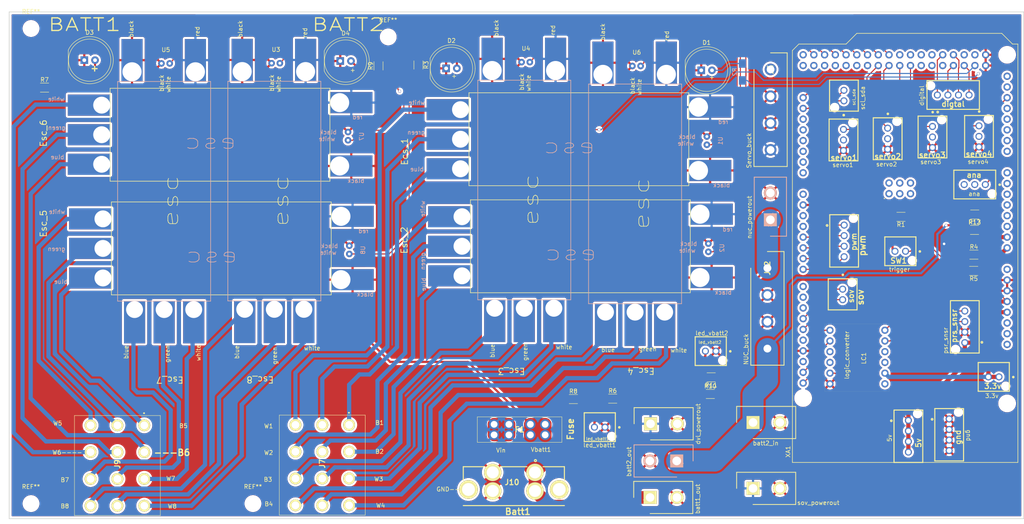
<source format=kicad_pcb>
(kicad_pcb (version 20171130) (host pcbnew 5.1.2-f72e74a~84~ubuntu16.04.1)
  (layers (0 F.Cu signal) (1 In1.Cu power) (2 In2.Cu signal) (31 B.Cu power) (34 B.Paste user) (35 F.Paste user) (36 B.SilkS user) (37 F.SilkS user) (38 B.Mask user) (39 F.Mask user) (44 Edge.Cuts user))
  (net 0 "")
  (net 1 GND)
  (net 2 /VBATT1)
  (net 3 /B1)
  (net 4 /G1)
  (net 5 /W1)
  (net 6 /B2)
  (net 7 /G2)
  (net 8 /W2)
  (net 9 /B3)
  (net 10 /G3)
  (net 11 /W3)
  (net 12 /B4)
  (net 13 /G4)
  (net 14 /W4)
  (net 15 /B5)
  (net 16 /G5)
  (net 17 /W5)
  (net 18 /B6)
  (net 19 /G6)
  (net 20 /W6)
  (net 21 /B7)
  (net 22 /G7)
  (net 23 /W7)
  (net 24 /B8)
  (net 25 /G8)
  (net 26 /W8)
  (net 27 /VBATT2)
  (net 28 /DVL)
  (net 29 /T-1)
  (net 30 /T-2)
  (net 31 /T-8)
  (net 32 /T-3)
  (net 33 /T-7)
  (net 34 /T-4)
  (net 35 /T-6)
  (net 36 /T-5)
  (net 37 "Net-(D1-Pad2)")
  (net 38 "Net-(D2-Pad2)")
  (net 39 "Net-(D3-Pad2)")
  (net 40 "Net-(D4-Pad2)")
  (net 41 "/SDA(PS)")
  (net 42 "/SCL(PS)")
  (net 43 /5V)
  (net 44 /SER1)
  (net 45 /5VBC)
  (net 46 /Led_vbatt1)
  (net 47 /SER2)
  (net 48 /NUC)
  (net 49 /3.3V)
  (net 50 /SCL1)
  (net 51 /SDA1)
  (net 52 /Led_vbatt2)
  (net 53 /SER3)
  (net 54 /ANA1)
  (net 55 /ANA2)
  (net 56 /ANA3)
  (net 57 /SER4)
  (net 58 /IN_1)
  (net 59 /IN_2)
  (net 60 /DIG1)
  (net 61 /DIG2)
  (net 62 /DIG3)
  (net 63 /DIG4)
  (net 64 /PWM-1)
  (net 65 /PWM-2)
  (net 66 /PWM-3)
  (net 67 /PWM-4)
  (net 68 "/SCL(HV)")
  (net 69 "/SDA(HV)")
  (net 70 /Trigger)
  (net 71 /Test_led2)
  (net 72 /Test_led1)
  (net 73 /A0)
  (net 74 /A1)
  (module MountingHole:MountingHole_3mm (layer F.Cu) (at 111 26.5)
    (fp_text reference REF** (at 0 -4) (layer F.SilkS))
    (fp_text value MountingHole_3mm)
    (pad 1 np_thru_hole circle (at 0 0) (size 3 3) (drill 3) (layers *.Cu *.Mask))
  )
  (module MountingHole:MountingHole_3mm (layer F.Cu) (at 79 137)
    (fp_text reference REF** (at 0 -4) (layer F.SilkS))
    (fp_text value MountingHole_3mm)
    (pad 1 np_thru_hole circle (at 0 0) (size 3 3) (drill 3) (layers *.Cu *.Mask))
  )
  (module MountingHole:MountingHole_3mm (layer F.Cu) (at 26.5 24.5)
    (fp_text reference REF** (at 0 -4) (layer F.SilkS))
    (fp_text value MountingHole_3mm)
    (pad 1 np_thru_hole circle (at 0 0) (size 3 3) (drill 3) (layers *.Cu *.Mask))
  )
  (module MountingHole:MountingHole_3mm (layer F.Cu) (at 26.5 137)
    (fp_text reference REF** (at 0 -4) (layer F.SilkS))
    (fp_text value MountingHole_3mm)
    (pad 1 np_thru_hole circle (at 0 0) (size 3 3) (drill 3) (layers *.Cu *.Mask))
  )
  (module Footprints:1x4_mini_lock (layer F.Cu) (at 244.65 43.65 180)
    (fp_text reference digtal (at 0 1.25) (layer F.SilkS) (effects (font (size 1.27 1.27) (thickness 0.254))))
    (fp_text value Dig_Extras hide)
    (pad 5 np_thru_hole circle (at 5.35 5.6 180) (size 1.25 0) (drill 1.25) (layers *.Cu *.Mask))
    (pad 4 thru_hole circle (at -3.75 3.4 180) (size 1.65 1.65) (drill 1.1) (layers *.Cu *.Mask) (net 63 /DIG4))
    (pad 3 thru_hole circle (at -1.25 3.4 180) (size 1.65 1.65) (drill 1.1) (layers *.Cu *.Mask) (net 62 /DIG3))
    (pad 2 thru_hole circle (at 1.25 3.4 180) (size 1.65 1.65) (drill 1.1) (layers *.Cu *.Mask) (net 61 /DIG2))
    (pad 1 thru_hole circle (at 3.75 3.4 180) (size 1.65 1.65) (drill 1.1) (layers *.Cu *.Mask) (net 60 /DIG1))
  )
  (module Footprints:LED_D10.0mm (layer F.Cu) (at 124.7 33.95)
    (fp_text reference D2 (at 1.27 -6.56) (layer F.SilkS))
    (fp_text value LED)
    (pad 2 thru_hole circle (at 2.54 0) (size 1.8 1.8) (drill 0.9) (layers *.Cu *.Mask) (net 38 "Net-(D2-Pad2)"))
    (pad 1 thru_hole rect (at 0 0) (size 1.8 1.8) (drill 0.9) (layers *.Cu *.Mask) (net 1 GND))
  )
  (module Footprints:Arduino_Mega2560_Shield (layer F.Cu) (at 259.95 127.25 90)
    (fp_text reference XA1 (at 2.54 -54.356 90) (layer F.SilkS))
    (fp_text value Arduino_Mega2560_Shield)
    (fp_text user . (at 62.484 -32.004 90) (layer F.SilkS))
    (pad MISO thru_hole oval (at 63.627 -30.48 90) (size 1.7272 1.7272) (drill 1.016) (layers *.Cu *.Mask))
    (pad GND6 thru_hole oval (at 96.52 -7.62 90) (size 1.7272 1.7272) (drill 1.016) (layers *.Cu *.Mask) (net 1 GND))
    (pad GND5 thru_hole oval (at 93.98 -7.62 90) (size 1.7272 1.7272) (drill 1.016) (layers *.Cu *.Mask) (net 1 GND))
    (pad D53 thru_hole oval (at 96.52 -10.16 90) (size 1.7272 1.7272) (drill 1.016) (layers *.Cu *.Mask) (net 71 /Test_led2))
    (pad D52 thru_hole oval (at 93.98 -10.16 90) (size 1.7272 1.7272) (drill 1.016) (layers *.Cu *.Mask) (net 72 /Test_led1))
    (pad D51 thru_hole oval (at 96.52 -12.7 90) (size 1.7272 1.7272) (drill 1.016) (layers *.Cu *.Mask))
    (pad D50 thru_hole oval (at 93.98 -12.7 90) (size 1.7272 1.7272) (drill 1.016) (layers *.Cu *.Mask) (net 63 /DIG4))
    (pad D49 thru_hole oval (at 96.52 -15.24 90) (size 1.7272 1.7272) (drill 1.016) (layers *.Cu *.Mask) (net 62 /DIG3))
    (pad D48 thru_hole oval (at 93.98 -15.24 90) (size 1.7272 1.7272) (drill 1.016) (layers *.Cu *.Mask) (net 61 /DIG2))
    (pad D47 thru_hole oval (at 96.52 -17.78 90) (size 1.7272 1.7272) (drill 1.016) (layers *.Cu *.Mask) (net 60 /DIG1))
    (pad D46 thru_hole oval (at 93.98 -17.78 90) (size 1.7272 1.7272) (drill 1.016) (layers *.Cu *.Mask))
    (pad D45 thru_hole oval (at 96.52 -20.32 90) (size 1.7272 1.7272) (drill 1.016) (layers *.Cu *.Mask))
    (pad D44 thru_hole oval (at 93.98 -20.32 90) (size 1.7272 1.7272) (drill 1.016) (layers *.Cu *.Mask))
    (pad D43 thru_hole oval (at 96.52 -22.86 90) (size 1.7272 1.7272) (drill 1.016) (layers *.Cu *.Mask))
    (pad D42 thru_hole oval (at 93.98 -22.86 90) (size 1.7272 1.7272) (drill 1.016) (layers *.Cu *.Mask))
    (pad D41 thru_hole oval (at 96.52 -25.4 90) (size 1.7272 1.7272) (drill 1.016) (layers *.Cu *.Mask))
    (pad D40 thru_hole oval (at 93.98 -25.4 90) (size 1.7272 1.7272) (drill 1.016) (layers *.Cu *.Mask) (net 57 /SER4))
    (pad D39 thru_hole oval (at 96.52 -27.94 90) (size 1.7272 1.7272) (drill 1.016) (layers *.Cu *.Mask))
    (pad D38 thru_hole oval (at 93.98 -27.94 90) (size 1.7272 1.7272) (drill 1.016) (layers *.Cu *.Mask) (net 53 /SER3))
    (pad D37 thru_hole oval (at 96.52 -30.48 90) (size 1.7272 1.7272) (drill 1.016) (layers *.Cu *.Mask) (net 33 /T-7))
    (pad D36 thru_hole oval (at 93.98 -30.48 90) (size 1.7272 1.7272) (drill 1.016) (layers *.Cu *.Mask) (net 47 /SER2))
    (pad D35 thru_hole oval (at 96.52 -33.02 90) (size 1.7272 1.7272) (drill 1.016) (layers *.Cu *.Mask) (net 31 /T-8))
    (pad D34 thru_hole oval (at 93.98 -33.02 90) (size 1.7272 1.7272) (drill 1.016) (layers *.Cu *.Mask) (net 44 /SER1))
    (pad D33 thru_hole oval (at 96.52 -35.56 90) (size 1.7272 1.7272) (drill 1.016) (layers *.Cu *.Mask) (net 35 /T-6))
    (pad D32 thru_hole oval (at 93.98 -35.56 90) (size 1.7272 1.7272) (drill 1.016) (layers *.Cu *.Mask))
    (pad D31 thru_hole oval (at 96.52 -38.1 90) (size 1.7272 1.7272) (drill 1.016) (layers *.Cu *.Mask) (net 36 /T-5))
    (pad D30 thru_hole oval (at 93.98 -38.1 90) (size 1.7272 1.7272) (drill 1.016) (layers *.Cu *.Mask))
    (pad D29 thru_hole oval (at 96.52 -40.64 90) (size 1.7272 1.7272) (drill 1.016) (layers *.Cu *.Mask) (net 32 /T-3))
    (pad D28 thru_hole oval (at 93.98 -40.64 90) (size 1.7272 1.7272) (drill 1.016) (layers *.Cu *.Mask))
    (pad D27 thru_hole oval (at 96.52 -43.18 90) (size 1.7272 1.7272) (drill 1.016) (layers *.Cu *.Mask) (net 34 /T-4))
    (pad D26 thru_hole oval (at 93.98 -43.18 90) (size 1.7272 1.7272) (drill 1.016) (layers *.Cu *.Mask))
    (pad D25 thru_hole oval (at 96.52 -45.72 90) (size 1.7272 1.7272) (drill 1.016) (layers *.Cu *.Mask) (net 29 /T-1))
    (pad D24 thru_hole oval (at 93.98 -45.72 90) (size 1.7272 1.7272) (drill 1.016) (layers *.Cu *.Mask))
    (pad D23 thru_hole oval (at 96.52 -48.26 90) (size 1.7272 1.7272) (drill 1.016) (layers *.Cu *.Mask) (net 30 /T-2))
    (pad D22 thru_hole oval (at 93.98 -48.26 90) (size 1.7272 1.7272) (drill 1.016) (layers *.Cu *.Mask))
    (pad 5V4 thru_hole oval (at 96.52 -50.8 90) (size 1.7272 1.7272) (drill 1.016) (layers *.Cu *.Mask))
    (pad 5V3 thru_hole oval (at 93.98 -50.8 90) (size 1.7272 1.7272) (drill 1.016) (layers *.Cu *.Mask))
    (pad A15 thru_hole oval (at 91.44 -2.54 90) (size 1.7272 1.7272) (drill 1.016) (layers *.Cu *.Mask) (net 56 /ANA3))
    (pad A14 thru_hole oval (at 88.9 -2.54 90) (size 1.7272 1.7272) (drill 1.016) (layers *.Cu *.Mask) (net 55 /ANA2))
    (pad A13 thru_hole oval (at 86.36 -2.54 90) (size 1.7272 1.7272) (drill 1.016) (layers *.Cu *.Mask) (net 54 /ANA1))
    (pad A12 thru_hole oval (at 83.82 -2.54 90) (size 1.7272 1.7272) (drill 1.016) (layers *.Cu *.Mask))
    (pad A11 thru_hole oval (at 81.28 -2.54 90) (size 1.7272 1.7272) (drill 1.016) (layers *.Cu *.Mask))
    (pad A10 thru_hole oval (at 78.74 -2.54 90) (size 1.7272 1.7272) (drill 1.016) (layers *.Cu *.Mask))
    (pad A9 thru_hole oval (at 76.2 -2.54 90) (size 1.7272 1.7272) (drill 1.016) (layers *.Cu *.Mask))
    (pad A8 thru_hole oval (at 73.66 -2.54 90) (size 1.7272 1.7272) (drill 1.016) (layers *.Cu *.Mask))
    (pad A7 thru_hole oval (at 68.58 -2.54 90) (size 1.7272 1.7272) (drill 1.016) (layers *.Cu *.Mask))
    (pad A6 thru_hole oval (at 66.04 -2.54 90) (size 1.7272 1.7272) (drill 1.016) (layers *.Cu *.Mask))
    (pad A5 thru_hole oval (at 63.5 -2.54 90) (size 1.7272 1.7272) (drill 1.016) (layers *.Cu *.Mask))
    (pad A4 thru_hole oval (at 60.96 -2.54 90) (size 1.7272 1.7272) (drill 1.016) (layers *.Cu *.Mask))
    (pad A3 thru_hole oval (at 58.42 -2.54 90) (size 1.7272 1.7272) (drill 1.016) (layers *.Cu *.Mask))
    (pad A2 thru_hole oval (at 55.88 -2.54 90) (size 1.7272 1.7272) (drill 1.016) (layers *.Cu *.Mask))
    (pad A1 thru_hole oval (at 53.34 -2.54 90) (size 1.7272 1.7272) (drill 1.016) (layers *.Cu *.Mask) (net 74 /A1))
    (pad "" thru_hole oval (at 27.94 -2.54 90) (size 1.7272 1.7272) (drill 1.016) (layers *.Cu *.Mask))
    (pad D11 thru_hole oval (at 34.036 -50.8 90) (size 1.7272 1.7272) (drill 1.016) (layers *.Cu *.Mask) (net 58 /IN_1))
    (pad D12 thru_hole oval (at 31.496 -50.8 90) (size 1.7272 1.7272) (drill 1.016) (layers *.Cu *.Mask) (net 59 /IN_2))
    (pad D13 thru_hole oval (at 28.956 -50.8 90) (size 1.7272 1.7272) (drill 1.016) (layers *.Cu *.Mask))
    (pad AREF thru_hole oval (at 23.876 -50.8 90) (size 1.7272 1.7272) (drill 1.016) (layers *.Cu *.Mask))
    (pad SDA thru_hole oval (at 21.336 -50.8 90) (size 1.7272 1.7272) (drill 1.016) (layers *.Cu *.Mask) (net 69 "/SDA(HV)"))
    (pad SCL thru_hole oval (at 18.796 -50.8 90) (size 1.7272 1.7272) (drill 1.016) (layers *.Cu *.Mask) (net 68 "/SCL(HV)"))
    (pad "" np_thru_hole circle (at 13.97 -2.54 90) (size 3.2 3.2) (drill 3.2) (layers *.Cu *.Mask))
    (pad "" np_thru_hole circle (at 96.52 -2.54 90) (size 3.2 3.2) (drill 3.2) (layers *.Cu *.Mask))
    (pad "" np_thru_hole circle (at 15.24 -50.8 90) (size 3.2 3.2) (drill 3.2) (layers *.Cu *.Mask))
    (pad D10 thru_hole oval (at 36.576 -50.8 90) (size 1.7272 1.7272) (drill 1.016) (layers *.Cu *.Mask))
    (pad D9 thru_hole oval (at 39.116 -50.8 90) (size 1.7272 1.7272) (drill 1.016) (layers *.Cu *.Mask))
    (pad D8 thru_hole oval (at 41.656 -50.8 90) (size 1.7272 1.7272) (drill 1.016) (layers *.Cu *.Mask))
    (pad GND1 thru_hole oval (at 26.416 -50.8 90) (size 1.7272 1.7272) (drill 1.016) (layers *.Cu *.Mask) (net 1 GND))
    (pad D7 thru_hole oval (at 45.72 -50.8 90) (size 1.7272 1.7272) (drill 1.016) (layers *.Cu *.Mask) (net 67 /PWM-4))
    (pad D6 thru_hole oval (at 48.26 -50.8 90) (size 1.7272 1.7272) (drill 1.016) (layers *.Cu *.Mask) (net 66 /PWM-3))
    (pad D5 thru_hole oval (at 50.8 -50.8 90) (size 1.7272 1.7272) (drill 1.016) (layers *.Cu *.Mask) (net 65 /PWM-2))
    (pad D4 thru_hole oval (at 53.34 -50.8 90) (size 1.7272 1.7272) (drill 1.016) (layers *.Cu *.Mask) (net 64 /PWM-1))
    (pad D3 thru_hole oval (at 55.88 -50.8 90) (size 1.7272 1.7272) (drill 1.016) (layers *.Cu *.Mask))
    (pad D2 thru_hole oval (at 58.42 -50.8 90) (size 1.7272 1.7272) (drill 1.016) (layers *.Cu *.Mask))
    (pad D1 thru_hole oval (at 60.96 -50.8 90) (size 1.7272 1.7272) (drill 1.016) (layers *.Cu *.Mask) (net 70 /Trigger))
    (pad D0 thru_hole oval (at 63.5 -50.8 90) (size 1.7272 1.7272) (drill 1.016) (layers *.Cu *.Mask))
    (pad D14 thru_hole oval (at 68.58 -50.8 90) (size 1.7272 1.7272) (drill 1.016) (layers *.Cu *.Mask))
    (pad D15 thru_hole oval (at 71.12 -50.8 90) (size 1.7272 1.7272) (drill 1.016) (layers *.Cu *.Mask))
    (pad D16 thru_hole oval (at 73.66 -50.8 90) (size 1.7272 1.7272) (drill 1.016) (layers *.Cu *.Mask))
    (pad D17 thru_hole oval (at 76.2 -50.8 90) (size 1.7272 1.7272) (drill 1.016) (layers *.Cu *.Mask))
    (pad D18 thru_hole oval (at 78.74 -50.8 90) (size 1.7272 1.7272) (drill 1.016) (layers *.Cu *.Mask))
    (pad D19 thru_hole oval (at 81.28 -50.8 90) (size 1.7272 1.7272) (drill 1.016) (layers *.Cu *.Mask))
    (pad D20 thru_hole oval (at 83.82 -50.8 90) (size 1.7272 1.7272) (drill 1.016) (layers *.Cu *.Mask) (net 51 /SDA1))
    (pad D21 thru_hole oval (at 86.36 -50.8 90) (size 1.7272 1.7272) (drill 1.016) (layers *.Cu *.Mask) (net 50 /SCL1))
    (pad IORF thru_hole oval (at 30.48 -2.54 90) (size 1.7272 1.7272) (drill 1.016) (layers *.Cu *.Mask))
    (pad RST1 thru_hole oval (at 33.02 -2.54 90) (size 1.7272 1.7272) (drill 1.016) (layers *.Cu *.Mask))
    (pad 3V3 thru_hole oval (at 35.56 -2.54 90) (size 1.7272 1.7272) (drill 1.016) (layers *.Cu *.Mask) (net 49 /3.3V))
    (pad 5V1 thru_hole oval (at 38.1 -2.54 90) (size 1.7272 1.7272) (drill 1.016) (layers *.Cu *.Mask) (net 43 /5V))
    (pad GND2 thru_hole oval (at 40.64 -2.54 90) (size 1.7272 1.7272) (drill 1.016) (layers *.Cu *.Mask) (net 1 GND))
    (pad GND3 thru_hole oval (at 43.18 -2.54 90) (size 1.7272 1.7272) (drill 1.016) (layers *.Cu *.Mask) (net 1 GND))
    (pad VIN thru_hole oval (at 45.72 -2.54 90) (size 1.7272 1.7272) (drill 1.016) (layers *.Cu *.Mask))
    (pad A0 thru_hole oval (at 50.8 -2.54 90) (size 1.7272 1.7272) (drill 1.016) (layers *.Cu *.Mask) (net 73 /A0))
    (pad 5V2 thru_hole oval (at 66.167 -30.48 90) (size 1.7272 1.7272) (drill 1.016) (layers *.Cu *.Mask))
    (pad SCK thru_hole oval (at 63.627 -27.94 90) (size 1.7272 1.7272) (drill 1.016) (layers *.Cu *.Mask))
    (pad MOSI thru_hole oval (at 66.167 -27.94 90) (size 1.7272 1.7272) (drill 1.016) (layers *.Cu *.Mask))
    (pad GND4 thru_hole oval (at 66.167 -25.4 90) (size 1.7272 1.7272) (drill 1.016) (layers *.Cu *.Mask))
    (pad RST2 thru_hole oval (at 63.627 -25.4 90) (size 1.7272 1.7272) (drill 1.016) (layers *.Cu *.Mask))
  )
  (module Footprints:esc_redefined (layer B.Cu) (at 130.4544 87.0712 90)
    (fp_text reference U2 (at 10.6 59.5 90) (layer B.SilkS) (effects (justify mirror)))
    (fp_text value ESCPINS)
    (fp_text user black (at 0.0712 59.7956) (layer B.SilkS) (effects (justify mirror)))
    (fp_text user red (at 15.0212 60.8456) (layer B.SilkS) (effects (justify mirror)))
    (fp_text user white (at 19.8712 -11.2544 90) (layer B.SilkS) (effects (justify mirror)))
    (fp_text user green (at 7.4712 -11.2544 90) (layer B.SilkS) (effects (justify mirror)))
    (fp_text user blue (at 1.9712 -11.0544 90) (layer B.SilkS) (effects (justify mirror)))
    (fp_text user black (at 11.6 51.6) (layer B.SilkS) (effects (justify mirror)))
    (fp_text user white (at 10 51.3) (layer B.SilkS) (effects (justify mirror)))
    (fp_text user esc (at 9.4 23.7) (layer B.SilkS) (effects (font (size 3.5 5)) (justify mirror)))
    (pad 4 thru_hole circle (at 9.69 56.28) (size 1.55 1.55) (drill 0.7) (layers *.Cu *.Mask) (net 30 /T-2))
    (pad 5 thru_hole circle (at 11.64 56.28) (size 1.55 1.55) (drill 0.7) (layers *.Cu *.Mask) (net 1 GND))
    (pad 1 thru_hole rect (at 4 -2 90) (size 5 10) (drill 4 (offset 0 -3)) (layers *.Cu B.Mask) (net 6 /B2))
    (pad 2 thru_hole rect (at 11 -2 90) (size 5 10) (drill 4 (offset 0 -3)) (layers *.Cu B.Mask) (net 7 /G2))
    (pad 3 thru_hole rect (at 18 -2 90) (size 5 10) (drill 4 (offset 0 -3)) (layers *.Cu B.Mask) (net 8 /W2))
    (pad 7 thru_hole rect (at 3.6 54.3 270) (size 5 10) (drill 4.5 (offset 0 -2.75)) (layers *.Cu B.Mask) (net 1 GND))
    (pad 6 thru_hole rect (at 18.6 54.3 270) (size 5 10) (drill 4.5 (offset 0 -2.75)) (layers *.Cu B.Mask) (net 28 /DVL))
  )
  (module Footprints:esc_redefined (layer B.Cu) (at 130.0988 61.722 90)
    (fp_text reference U1 (at 10.6 59.5 90) (layer B.SilkS) (effects (justify mirror)))
    (fp_text value ESCPINS)
    (fp_text user black (at 0.122 59.7512) (layer B.SilkS) (effects (justify mirror)))
    (fp_text user red (at 15.122 60.1512) (layer B.SilkS) (effects (justify mirror)))
    (fp_text user white (at 19.672 -12.3488) (layer B.SilkS) (effects (justify mirror)))
    (fp_text user green (at 12.622 -12.4988) (layer B.SilkS) (effects (justify mirror)))
    (fp_text user blue (at 3.9 -12.3) (layer B.SilkS) (effects (justify mirror)))
    (fp_text user black (at 11.6 51.6) (layer B.SilkS) (effects (justify mirror)))
    (fp_text user white (at 10 51.3) (layer B.SilkS) (effects (justify mirror)))
    (fp_text user esc (at 9.4 23.7) (layer B.SilkS) (effects (font (size 3.5 5)) (justify mirror)))
    (pad 4 thru_hole circle (at 9.69 56.28) (size 1.55 1.55) (drill 0.7) (layers *.Cu *.Mask) (net 29 /T-1))
    (pad 5 thru_hole circle (at 11.64 56.28) (size 1.55 1.55) (drill 0.7) (layers *.Cu *.Mask) (net 1 GND))
    (pad 1 thru_hole rect (at 4 -2 90) (size 5 10) (drill 4 (offset 0 -3)) (layers *.Cu B.Mask) (net 3 /B1))
    (pad 2 thru_hole rect (at 11 -2 90) (size 5 10) (drill 4 (offset 0 -3)) (layers *.Cu B.Mask) (net 4 /G1))
    (pad 3 thru_hole rect (at 18 -2 90) (size 5 10) (drill 4 (offset 0 -3)) (layers *.Cu B.Mask) (net 5 /W1))
    (pad 7 thru_hole rect (at 3.6 54.3 270) (size 5 10) (drill 4.5 (offset 0 -2.75)) (layers *.Cu B.Mask) (net 1 GND))
    (pad 6 thru_hole rect (at 18.6 54.3 270) (size 5 10) (drill 4.5 (offset 0 -2.75)) (layers *.Cu B.Mask) (net 28 /DVL))
  )
  (module Footprints:esc_mirror_redefined (layer F.Cu) (at 143.9164 89.662)
    (fp_text reference U6 (at 25.88 -59.5) (layer F.SilkS))
    (fp_text value ESCPINS)
    (fp_text user black (at 17.8336 -64.362 270) (layer F.SilkS))
    (fp_text user red (at 32.9836 -63.412 270) (layer F.SilkS))
    (fp_text user white (at 35.8336 11.038) (layer F.SilkS))
    (fp_text user green (at 28.4836 10.738) (layer F.SilkS))
    (fp_text user blue (at 19.0836 10.938) (layer F.SilkS))
    (fp_text user black (at 24.88 -51.6 270) (layer F.SilkS))
    (fp_text user white (at 26.48 -51.3 270) (layer F.SilkS))
    (fp_text user esc (at 27.08 -23.7 270) (layer F.SilkS) (effects (font (size 3.5 5))))
    (pad 4 thru_hole circle (at 26.79 -56.28 270) (size 1.55 1.55) (drill 0.7) (layers *.Cu *.Mask) (net 34 /T-4))
    (pad 5 thru_hole circle (at 24.84 -56.28 270) (size 1.55 1.55) (drill 0.7) (layers *.Cu *.Mask) (net 1 GND))
    (pad 1 thru_hole rect (at 32.48 2) (size 5 10) (drill 4 (offset 0 3)) (layers *.Cu F.Mask) (net 14 /W4))
    (pad 2 thru_hole rect (at 25.48 2) (size 5 10) (drill 4 (offset 0 3)) (layers *.Cu F.Mask) (net 13 /G4))
    (pad 3 thru_hole rect (at 18.48 2) (size 5 10) (drill 4 (offset 0 3)) (layers *.Cu F.Mask) (net 12 /B4))
    (pad 7 thru_hole rect (at 32.88 -54.3 180) (size 5 10) (drill 4.5 (offset 0 2.75)) (layers *.Cu F.Mask) (net 28 /DVL))
    (pad 6 thru_hole rect (at 17.88 -54.3 180) (size 5 10) (drill 4.5 (offset 0 2.75)) (layers *.Cu F.Mask) (net 1 GND))
  )
  (module Footprints:esc_redefined (layer B.Cu) (at 45.212 60.6552 90)
    (fp_text reference U7 (at 10.6 59.5 90) (layer B.SilkS) (effects (justify mirror)))
    (fp_text value ESCPINS)
    (fp_text user black (at 0.1052 58.138) (layer B.SilkS) (effects (justify mirror)))
    (fp_text user red (at 15.1552 58.538) (layer B.SilkS) (effects (justify mirror)))
    (fp_text user white (at 19.4052 -12.762) (layer B.SilkS) (effects (justify mirror)))
    (fp_text user green (at 12.6552 -12.612) (layer B.SilkS) (effects (justify mirror)))
    (fp_text user blue (at 5.7052 -12.462) (layer B.SilkS) (effects (justify mirror)))
    (fp_text user black (at 11.6 51.6) (layer B.SilkS) (effects (justify mirror)))
    (fp_text user white (at 10 51.3) (layer B.SilkS) (effects (justify mirror)))
    (fp_text user esc (at 9.4 23.7) (layer B.SilkS) (effects (font (size 3.5 5)) (justify mirror)))
    (pad 4 thru_hole circle (at 9.69 56.28) (size 1.55 1.55) (drill 0.7) (layers *.Cu *.Mask) (net 35 /T-6))
    (pad 5 thru_hole circle (at 11.64 56.28) (size 1.55 1.55) (drill 0.7) (layers *.Cu *.Mask) (net 1 GND))
    (pad 1 thru_hole rect (at 4 -2 90) (size 5 10) (drill 4 (offset 0 -3)) (layers *.Cu B.Mask) (net 18 /B6))
    (pad 2 thru_hole rect (at 11 -2 90) (size 5 10) (drill 4 (offset 0 -3)) (layers *.Cu B.Mask) (net 19 /G6))
    (pad 3 thru_hole rect (at 18 -2 90) (size 5 10) (drill 4 (offset 0 -3)) (layers *.Cu B.Mask) (net 20 /W6))
    (pad 7 thru_hole rect (at 3.6 54.3 270) (size 5 10) (drill 4.5 (offset 0 -2.75)) (layers *.Cu B.Mask) (net 1 GND))
    (pad 6 thru_hole rect (at 18.6 54.3 270) (size 5 10) (drill 4.5 (offset 0 -2.75)) (layers *.Cu B.Mask) (net 28 /DVL))
  )
  (module Footprints:esc_mirror_redefined (layer F.Cu) (at 58.5724 89.0016)
    (fp_text reference U3 (at 25.88 -59.5) (layer F.SilkS))
    (fp_text value ESCPINS)
    (fp_text user esc (at 27.08 -23.7 270) (layer F.SilkS) (effects (font (size 3.5 5))))
    (fp_text user white (at 26.48 -51.3 270) (layer F.SilkS))
    (fp_text user black (at 24.88 -51.6 270) (layer F.SilkS))
    (fp_text user blue (at 16.6276 12.1484 270) (layer F.SilkS))
    (fp_text user green (at 25.58 13 270) (layer F.SilkS))
    (fp_text user white (at 34.4276 11.1984) (layer F.SilkS))
    (fp_text user red (at 32.7276 -63.5016 270) (layer F.SilkS))
    (fp_text user black (at 17.4276 -64.4016 270) (layer F.SilkS))
    (pad 6 thru_hole rect (at 17.88 -54.3 180) (size 5 10) (drill 4.5 (offset 0 2.75)) (layers *.Cu F.Mask) (net 1 GND))
    (pad 7 thru_hole rect (at 32.88 -54.3 180) (size 5 10) (drill 4.5 (offset 0 2.75)) (layers *.Cu F.Mask) (net 28 /DVL))
    (pad 3 thru_hole rect (at 18.48 2) (size 5 10) (drill 4 (offset 0 3)) (layers *.Cu F.Mask) (net 24 /B8))
    (pad 2 thru_hole rect (at 25.48 2) (size 5 10) (drill 4 (offset 0 3)) (layers *.Cu F.Mask) (net 25 /G8))
    (pad 1 thru_hole rect (at 32.48 2) (size 5 10) (drill 4 (offset 0 3)) (layers *.Cu F.Mask) (net 26 /W8))
    (pad 5 thru_hole circle (at 24.84 -56.28 270) (size 1.55 1.55) (drill 0.7) (layers *.Cu *.Mask) (net 1 GND))
    (pad 4 thru_hole circle (at 26.79 -56.28 270) (size 1.55 1.55) (drill 0.7) (layers *.Cu *.Mask) (net 31 /T-8))
  )
  (module Footprints:esc_mirror_redefined (layer F.Cu) (at 32.512 89.0524)
    (fp_text reference U5 (at 25.88 -59.5) (layer F.SilkS))
    (fp_text value ESCPINS)
    (fp_text user black (at 17.688 -64.4524 270) (layer F.SilkS))
    (fp_text user red (at 33.338 -63.8524 270) (layer F.SilkS))
    (fp_text user white (at 33.588 12.2476 270) (layer F.SilkS))
    (fp_text user green (at 26.238 12.4976 270) (layer F.SilkS))
    (fp_text user blue (at 16.488 12.0976 270) (layer F.SilkS))
    (fp_text user black (at 24.88 -51.6 270) (layer F.SilkS))
    (fp_text user white (at 26.48 -51.3 270) (layer F.SilkS))
    (fp_text user esc (at 27.08 -23.7 270) (layer F.SilkS) (effects (font (size 3.5 5))))
    (pad 4 thru_hole circle (at 26.79 -56.28 270) (size 1.55 1.55) (drill 0.7) (layers *.Cu *.Mask) (net 33 /T-7))
    (pad 5 thru_hole circle (at 24.84 -56.28 270) (size 1.55 1.55) (drill 0.7) (layers *.Cu *.Mask) (net 1 GND))
    (pad 1 thru_hole rect (at 32.48 2) (size 5 10) (drill 4 (offset 0 3)) (layers *.Cu F.Mask) (net 23 /W7))
    (pad 2 thru_hole rect (at 25.48 2) (size 5 10) (drill 4 (offset 0 3)) (layers *.Cu F.Mask) (net 22 /G7))
    (pad 3 thru_hole rect (at 18.48 2) (size 5 10) (drill 4 (offset 0 3)) (layers *.Cu F.Mask) (net 21 /B7))
    (pad 7 thru_hole rect (at 32.88 -54.3 180) (size 5 10) (drill 4.5 (offset 0 2.75)) (layers *.Cu F.Mask) (net 28 /DVL))
    (pad 6 thru_hole rect (at 17.88 -54.3 180) (size 5 10) (drill 4.5 (offset 0 2.75)) (layers *.Cu F.Mask) (net 1 GND))
  )
  (module Footprints:4_3connector (layer F.Cu) (at 101.7524 118.364 270)
    (fp_text reference J7 (at 9.192 6.35 270) (layer F.SilkS) (effects (font (size 1.27 1.27) (thickness 0.254))))
    (fp_text value Thruster_1-4 hide)
    (pad 1 thru_hole circle (at 0 0) (size 2.79 2.79) (drill 1.86) (layers *.Cu *.Mask F.SilkS) (net 3 /B1))
    (pad 2 thru_hole circle (at 0 6.35) (size 2.79 2.79) (drill 1.86) (layers *.Cu *.Mask F.SilkS) (net 4 /G1))
    (pad 3 thru_hole circle (at 0 12.7) (size 2.79 2.79) (drill 1.86) (layers *.Cu *.Mask F.SilkS) (net 5 /W1))
    (pad 4 thru_hole circle (at 6.35 0) (size 2.79 2.79) (drill 1.86) (layers *.Cu *.Mask F.SilkS) (net 6 /B2))
    (pad 5 thru_hole circle (at 6.35 6.35) (size 2.79 2.79) (drill 1.86) (layers *.Cu *.Mask F.SilkS) (net 7 /G2))
    (pad 6 thru_hole circle (at 6.35 12.7) (size 2.79 2.79) (drill 1.86) (layers *.Cu *.Mask F.SilkS) (net 8 /W2))
    (pad 7 thru_hole circle (at 12.7 0) (size 2.79 2.79) (drill 1.86) (layers *.Cu *.Mask F.SilkS) (net 11 /W3))
    (pad 8 thru_hole circle (at 12.7 6.35) (size 2.79 2.79) (drill 1.86) (layers *.Cu *.Mask F.SilkS) (net 10 /G3))
    (pad 9 thru_hole circle (at 12.7 12.7) (size 2.79 2.79) (drill 1.86) (layers *.Cu *.Mask F.SilkS) (net 9 /B3))
    (pad 10 thru_hole circle (at 19.05 0) (size 2.79 2.79) (drill 1.86) (layers *.Cu *.Mask F.SilkS) (net 14 /W4))
    (pad 11 thru_hole circle (at 19.05 6.35) (size 2.79 2.79) (drill 1.86) (layers *.Cu *.Mask F.SilkS) (net 13 /G4))
    (pad 12 thru_hole circle (at 19.05 12.7) (size 2.79 2.79) (drill 1.86) (layers *.Cu *.Mask F.SilkS) (net 12 /B4))
  )
  (module Footprints:4_3connector (layer F.Cu) (at 53.2892 118.4656 270)
    (fp_text reference J9 (at 9.192 6.35 270) (layer F.SilkS) (effects (font (size 1.27 1.27) (thickness 0.254))))
    (fp_text value Thruster_5-8 hide)
    (pad 1 thru_hole circle (at 0 0) (size 2.79 2.79) (drill 1.86) (layers *.Cu *.Mask F.SilkS) (net 15 /B5))
    (pad 2 thru_hole circle (at 0 6.35) (size 2.79 2.79) (drill 1.86) (layers *.Cu *.Mask F.SilkS) (net 16 /G5))
    (pad 3 thru_hole circle (at 0 12.7) (size 2.79 2.79) (drill 1.86) (layers *.Cu *.Mask F.SilkS) (net 17 /W5))
    (pad 4 thru_hole circle (at 6.35 0) (size 2.79 2.79) (drill 1.86) (layers *.Cu *.Mask F.SilkS) (net 18 /B6))
    (pad 5 thru_hole circle (at 6.35 6.35) (size 2.79 2.79) (drill 1.86) (layers *.Cu *.Mask F.SilkS) (net 19 /G6))
    (pad 6 thru_hole circle (at 6.35 12.7) (size 2.79 2.79) (drill 1.86) (layers *.Cu *.Mask F.SilkS) (net 20 /W6))
    (pad 7 thru_hole circle (at 12.7 0) (size 2.79 2.79) (drill 1.86) (layers *.Cu *.Mask F.SilkS) (net 23 /W7))
    (pad 8 thru_hole circle (at 12.7 6.35) (size 2.79 2.79) (drill 1.86) (layers *.Cu *.Mask F.SilkS) (net 22 /G7))
    (pad 9 thru_hole circle (at 12.7 12.7) (size 2.79 2.79) (drill 1.86) (layers *.Cu *.Mask F.SilkS) (net 21 /B7))
    (pad 10 thru_hole circle (at 19.05 0) (size 2.79 2.79) (drill 1.86) (layers *.Cu *.Mask F.SilkS) (net 26 /W8))
    (pad 11 thru_hole circle (at 19.05 6.35) (size 2.79 2.79) (drill 1.86) (layers *.Cu *.Mask F.SilkS) (net 25 /G8))
    (pad 12 thru_hole circle (at 19.05 12.7) (size 2.79 2.79) (drill 1.86) (layers *.Cu *.Mask F.SilkS) (net 24 /B8))
  )
  (module Footprints:power (layer F.Cu) (at 140.716 128.27)
    (fp_text reference J10 (at -0.4338 3.6797) (layer F.SilkS) (effects (font (size 1.27 1.27) (thickness 0.254))))
    (fp_text value Thruster_power hide)
    (pad 1 thru_hole circle (at 5 1.34 90) (size 4.1 4.1) (drill 2.85) (layers *.Cu *.Mask F.SilkS) (net 2 /VBATT1))
    (pad 2 thru_hole circle (at 5 5.74 90) (size 4.1 4.1) (drill 2.85) (layers *.Cu *.Mask F.SilkS) (net 2 /VBATT1))
    (pad 3 thru_hole circle (at -5 1.34 90) (size 4.1 4.1) (drill 2.85) (layers *.Cu *.Mask F.SilkS) (net 1 GND))
    (pad 4 thru_hole circle (at -5 5.74 90) (size 4.1 4.1) (drill 2.85) (layers *.Cu *.Mask F.SilkS) (net 1 GND))
    (pad 5 thru_hole circle (at -10.73 5.39 90) (size 4.4 4.4) (drill 3.05) (layers *.Cu *.Mask F.SilkS))
    (pad 6 thru_hole circle (at 10.73 5.39 90) (size 4.4 4.4) (drill 3.05) (layers *.Cu *.Mask F.SilkS))
  )
  (module Footprints:Fuse (layer F.Cu) (at 142.0876 119.4816 180)
    (fp_text reference F1 (at 0 0 180) (layer F.SilkS) (effects (font (size 1.27 1.27) (thickness 0.254))))
    (fp_text value Fuse hide)
    (pad 1 thru_hole circle (at -6.04 1.25 180) (size 2.4 2.4) (drill 1.6) (layers *.Cu *.Mask) (net 2 /VBATT1))
    (pad 2 thru_hole circle (at -6.04 -1.25 180) (size 2.4 2.4) (drill 1.6) (layers *.Cu *.Mask) (net 2 /VBATT1))
    (pad 3 thru_hole circle (at -2.54 1.25 180) (size 2.4 2.4) (drill 1.6) (layers *.Cu *.Mask) (net 2 /VBATT1))
    (pad 4 thru_hole circle (at -2.54 -1.25 180) (size 2.4 2.4) (drill 1.6) (layers *.Cu *.Mask) (net 2 /VBATT1))
    (pad 5 thru_hole circle (at 2.54 1.25 180) (size 2.4 2.4) (drill 1.6) (layers *.Cu *.Mask) (net 28 /DVL))
    (pad 6 thru_hole circle (at 2.54 -1.25 180) (size 2.4 2.4) (drill 1.6) (layers *.Cu *.Mask) (net 28 /DVL))
    (pad 7 thru_hole circle (at 6.04 1.25 180) (size 2.4 2.4) (drill 1.6) (layers *.Cu *.Mask) (net 28 /DVL))
    (pad 8 thru_hole circle (at 6.04 -1.25 180) (size 2.4 2.4) (drill 1.6) (layers *.Cu *.Mask) (net 28 /DVL))
    (pad 9 np_thru_hole circle (at 0 -0.045 180) (size 0 0) (drill 2.65) (layers *.Cu *.Mask))
  )
  (module Footprints:esc_redefined (layer B.Cu) (at 45.5168 87.5792 90)
    (fp_text reference U8 (at 10.6 59.5 90) (layer B.SilkS) (effects (justify mirror)))
    (fp_text value ESCPINS)
    (fp_text user black (at 0.1292 60.0332 180) (layer B.SilkS) (effects (justify mirror)))
    (fp_text user red (at 15.1292 59.6332) (layer B.SilkS) (effects (justify mirror)))
    (fp_text user white (at 19.6792 -12.8668) (layer B.SilkS) (effects (justify mirror)))
    (fp_text user green (at 10.9 -13) (layer B.SilkS) (effects (justify mirror)))
    (fp_text user blue (at 3.1292 -11.9668) (layer B.SilkS) (effects (justify mirror)))
    (fp_text user black (at 11.6 51.6) (layer B.SilkS) (effects (justify mirror)))
    (fp_text user white (at 10 51.3) (layer B.SilkS) (effects (justify mirror)))
    (fp_text user esc (at 9.4 23.7) (layer B.SilkS) (effects (font (size 3.5 5)) (justify mirror)))
    (pad 4 thru_hole circle (at 9.69 56.28) (size 1.55 1.55) (drill 0.7) (layers *.Cu *.Mask) (net 36 /T-5))
    (pad 5 thru_hole circle (at 11.64 56.28) (size 1.55 1.55) (drill 0.7) (layers *.Cu *.Mask) (net 1 GND))
    (pad 1 thru_hole rect (at 4 -2 90) (size 5 10) (drill 4 (offset 0 -3)) (layers *.Cu B.Mask) (net 15 /B5))
    (pad 2 thru_hole rect (at 11 -2 90) (size 5 10) (drill 4 (offset 0 -3)) (layers *.Cu B.Mask) (net 16 /G5))
    (pad 3 thru_hole rect (at 18 -2 90) (size 5 10) (drill 4 (offset 0 -3)) (layers *.Cu B.Mask) (net 17 /W5))
    (pad 7 thru_hole rect (at 3.6 54.3 270) (size 5 10) (drill 4.5 (offset 0 -2.75)) (layers *.Cu B.Mask) (net 1 GND))
    (pad 6 thru_hole rect (at 18.6 54.3 270) (size 5 10) (drill 4.5 (offset 0 -2.75)) (layers *.Cu B.Mask) (net 28 /DVL))
  )
  (module Footprints:esc_mirror_redefined (layer F.Cu) (at 117.7036 88.7476)
    (fp_text reference U4 (at 25.88 -59.5) (layer F.SilkS))
    (fp_text value ESCPINS)
    (fp_text user black (at 18.8464 -64.3476 270) (layer F.SilkS))
    (fp_text user red (at 32.2464 -63.8476 270) (layer F.SilkS))
    (fp_text user white (at 34.8964 11.2024) (layer F.SilkS))
    (fp_text user green (at 25.6964 12.3524 270) (layer F.SilkS))
    (fp_text user blue (at 17.9464 12.1024 270) (layer F.SilkS))
    (fp_text user black (at 24.88 -51.6 270) (layer F.SilkS))
    (fp_text user white (at 26.48 -51.3 270) (layer F.SilkS))
    (fp_text user esc (at 27.08 -23.7 270) (layer F.SilkS) (effects (font (size 3.5 5))))
    (pad 4 thru_hole circle (at 26.79 -56.28 270) (size 1.55 1.55) (drill 0.7) (layers *.Cu *.Mask) (net 32 /T-3))
    (pad 5 thru_hole circle (at 24.84 -56.28 270) (size 1.55 1.55) (drill 0.7) (layers *.Cu *.Mask) (net 1 GND))
    (pad 1 thru_hole rect (at 32.48 2) (size 5 10) (drill 4 (offset 0 3)) (layers *.Cu F.Mask) (net 11 /W3))
    (pad 2 thru_hole rect (at 25.48 2) (size 5 10) (drill 4 (offset 0 3)) (layers *.Cu F.Mask) (net 10 /G3))
    (pad 3 thru_hole rect (at 18.48 2) (size 5 10) (drill 4 (offset 0 3)) (layers *.Cu F.Mask) (net 9 /B3))
    (pad 7 thru_hole rect (at 32.88 -54.3 180) (size 5 10) (drill 4.5 (offset 0 2.75)) (layers *.Cu F.Mask) (net 28 /DVL))
    (pad 6 thru_hole rect (at 17.88 -54.3 180) (size 5 10) (drill 4.5 (offset 0 2.75)) (layers *.Cu F.Mask) (net 1 GND))
  )
  (module Footprints:LED_D10.0mm (layer F.Cu) (at 185.05 34.4)
    (fp_text reference D1 (at 1.27 -6.56) (layer F.SilkS))
    (fp_text value LED)
    (pad 1 thru_hole rect (at 0 0) (size 1.8 1.8) (drill 0.9) (layers *.Cu *.Mask) (net 1 GND))
    (pad 2 thru_hole circle (at 2.54 0) (size 1.8 1.8) (drill 0.9) (layers *.Cu *.Mask) (net 37 "Net-(D1-Pad2)"))
  )
  (module Footprints:LED_D10.0mm (layer F.Cu) (at 39.1 32)
    (fp_text reference D3 (at 1.27 -6.56) (layer F.SilkS))
    (fp_text value LED)
    (pad 2 thru_hole circle (at 2.54 0) (size 1.8 1.8) (drill 0.9) (layers *.Cu *.Mask) (net 39 "Net-(D3-Pad2)"))
    (pad 1 thru_hole rect (at 0 0) (size 1.8 1.8) (drill 0.9) (layers *.Cu *.Mask) (net 1 GND))
  )
  (module Footprints:LED_D10.0mm (layer F.Cu) (at 99.65 32.2)
    (fp_text reference D4 (at 1.27 -6.56) (layer F.SilkS))
    (fp_text value LED)
    (pad 1 thru_hole rect (at 0 0) (size 1.8 1.8) (drill 0.9) (layers *.Cu *.Mask) (net 1 GND))
    (pad 2 thru_hole circle (at 2.54 0) (size 1.8 1.8) (drill 0.9) (layers *.Cu *.Mask) (net 40 "Net-(D4-Pad2)"))
  )
  (module Footprints:1x4_mini_lock (layer F.Cu) (at 250.8 95.15 270)
    (fp_text reference prs_snsr (at -0.2 5.9 90) (layer F.SilkS) (effects (font (size 1.27 1.27) (thickness 0.254))))
    (fp_text value Pressure_sensor_conn hide)
    (pad 5 np_thru_hole circle (at 5.35 5.6 270) (size 1.25 0) (drill 1.25) (layers *.Cu *.Mask))
    (pad 4 thru_hole circle (at -3.75 3.4 270) (size 1.65 1.65) (drill 1.1) (layers *.Cu *.Mask) (net 41 "/SDA(PS)"))
    (pad 3 thru_hole circle (at -1.25 3.4 270) (size 1.65 1.65) (drill 1.1) (layers *.Cu *.Mask) (net 42 "/SCL(PS)"))
    (pad 2 thru_hole circle (at 1.25 3.4 270) (size 1.65 1.65) (drill 1.1) (layers *.Cu *.Mask) (net 1 GND))
    (pad 1 thru_hole circle (at 3.75 3.4 270) (size 1.65 1.65) (drill 1.1) (layers *.Cu *.Mask) (net 43 /5V))
  )
  (module Footprints:1x2_Molex (layer F.Cu) (at 197.3 117.8)
    (fp_text reference J2 (at 0 0) (layer F.SilkS) (effects (font (size 1.27 1.27) (thickness 0.254))))
    (fp_text value nuc_battery hide)
    (pad 1 thru_hole rect (at 0 0 90) (size 3.075 3.075) (drill 2.05) (layers *.Cu *.Mask F.SilkS) (net 27 /VBATT2))
    (pad 2 thru_hole circle (at 6.35 0 90) (size 3.075 3.075) (drill 2.05) (layers *.Cu *.Mask F.SilkS) (net 1 GND))
  )
  (module Footprints:1x4_mini_lock (layer F.Cu) (at 230.65 121.05 90)
    (fp_text reference 5v (at -1.6 5.8 90) (layer F.SilkS) (effects (font (size 1.27 1.27) (thickness 0.254))))
    (fp_text value 5V_extra hide)
    (pad 1 thru_hole circle (at 3.75 3.4 90) (size 1.65 1.65) (drill 1.1) (layers *.Cu *.Mask) (net 43 /5V))
    (pad 2 thru_hole circle (at 1.25 3.4 90) (size 1.65 1.65) (drill 1.1) (layers *.Cu *.Mask) (net 43 /5V))
    (pad 3 thru_hole circle (at -1.25 3.4 90) (size 1.65 1.65) (drill 1.1) (layers *.Cu *.Mask) (net 43 /5V))
    (pad 4 thru_hole circle (at -3.75 3.4 90) (size 1.65 1.65) (drill 1.1) (layers *.Cu *.Mask) (net 43 /5V))
    (pad 5 np_thru_hole circle (at 5.35 5.6 90) (size 1.25 0) (drill 1.25) (layers *.Cu *.Mask))
  )
  (module Footprints:1x3_mini_lock (layer F.Cu) (at 215.3 50.9 90)
    (fp_text reference servo1 (at -4.2 3.5 180) (layer F.SilkS) (effects (font (size 1.27 1.27) (thickness 0.254))))
    (fp_text value servo1 hide)
    (pad 4 np_thru_hole circle (at 4.1 5.6 90) (size 1.25 0) (drill 1.25) (layers *.Cu *.Mask))
    (pad 3 thru_hole circle (at -2.5 3.4 90) (size 1.65 1.65) (drill 1.1) (layers *.Cu *.Mask) (net 1 GND))
    (pad 2 thru_hole circle (at 0 3.4 90) (size 1.65 1.65) (drill 1.1) (layers *.Cu *.Mask) (net 45 /5VBC))
    (pad 1 thru_hole circle (at 2.5 3.4 90) (size 1.65 1.65) (drill 1.1) (layers *.Cu *.Mask) (net 44 /SER1))
  )
  (module Footprints:1x4_Molex (layer F.Cu) (at 201.45 34.2 270)
    (fp_text reference J5 (at 0 0 90) (layer F.SilkS) (effects (font (size 1.27 1.27) (thickness 0.254))))
    (fp_text value 5V_buck_servo hide)
    (pad 1 thru_hole circle (at 0 0 270) (size 2.775 2.775) (drill 1.85) (layers *.Cu *.Mask) (net 45 /5VBC))
    (pad 2 thru_hole circle (at 6.35 0 270) (size 2.775 2.775) (drill 1.85) (layers *.Cu *.Mask) (net 1 GND))
    (pad 3 thru_hole circle (at 12.7 0 270) (size 2.775 2.775) (drill 1.85) (layers *.Cu *.Mask) (net 1 GND))
    (pad 4 thru_hole circle (at 19.05 0 270) (size 2.775 2.775) (drill 1.85) (layers *.Cu *.Mask) (net 28 /DVL))
  )
  (module Footprints:1x2_mini_lock (layer F.Cu) (at 161.05 115.5)
    (fp_text reference led_vbatt1 (at -0.55 6.15) (layer F.SilkS) (effects (font (size 0.7 0.7) (thickness 0.12))))
    (fp_text value Led_vbatt1 hide)
    (pad 3 np_thru_hole circle (at 2.83 5.6) (size 1.25 0) (drill 1.25) (layers *.Cu *.Mask))
    (pad 2 thru_hole circle (at -1.27 3.4) (size 1.65 1.65) (drill 1.1) (layers *.Cu *.Mask) (net 46 /Led_vbatt1))
    (pad 1 thru_hole circle (at 1.23 3.4) (size 1.65 1.65) (drill 1.1) (layers *.Cu *.Mask) (net 1 GND))
  )
  (module Footprints:1x4_mini_lock (layer F.Cu) (at 240.3 120.7 90)
    (fp_text reference gnd (at -0.6 5.5 90) (layer F.SilkS) (effects (font (size 1.27 1.27) (thickness 0.254))))
    (fp_text value GND_extras hide)
    (pad 5 np_thru_hole circle (at 5.35 5.6 90) (size 1.25 0) (drill 1.25) (layers *.Cu *.Mask))
    (pad 4 thru_hole circle (at -3.75 3.4 90) (size 1.65 1.65) (drill 1.1) (layers *.Cu *.Mask) (net 1 GND))
    (pad 3 thru_hole circle (at -1.25 3.4 90) (size 1.65 1.65) (drill 1.1) (layers *.Cu *.Mask) (net 1 GND))
    (pad 2 thru_hole circle (at 1.25 3.4 90) (size 1.65 1.65) (drill 1.1) (layers *.Cu *.Mask) (net 1 GND))
    (pad 1 thru_hole circle (at 3.75 3.4 90) (size 1.65 1.65) (drill 1.1) (layers *.Cu *.Mask) (net 1 GND))
  )
  (module Footprints:1x3_mini_lock (layer F.Cu) (at 225.75 50.6 90)
    (fp_text reference servo2 (at -4.2 3.4 180) (layer F.SilkS) (effects (font (size 1.27 1.27) (thickness 0.254))))
    (fp_text value servo2 hide)
    (pad 1 thru_hole circle (at 2.5 3.4 90) (size 1.65 1.65) (drill 1.1) (layers *.Cu *.Mask) (net 47 /SER2))
    (pad 2 thru_hole circle (at 0 3.4 90) (size 1.65 1.65) (drill 1.1) (layers *.Cu *.Mask) (net 45 /5VBC))
    (pad 3 thru_hole circle (at -2.5 3.4 90) (size 1.65 1.65) (drill 1.1) (layers *.Cu *.Mask) (net 1 GND))
    (pad 4 np_thru_hole circle (at 4.1 5.6 90) (size 1.25 0) (drill 1.25) (layers *.Cu *.Mask))
  )
  (module Footprints:1x4_Molex (layer F.Cu) (at 200.7 81.25 270)
    (fp_text reference J12 (at 0 0 90) (layer F.SilkS) (effects (font (size 1.27 1.27) (thickness 0.254))))
    (fp_text value 19V_buck_nuc hide)
    (pad 1 thru_hole circle (at 0 0 270) (size 2.775 2.775) (drill 1.85) (layers *.Cu *.Mask) (net 48 /NUC))
    (pad 2 thru_hole circle (at 6.35 0 270) (size 2.775 2.775) (drill 1.85) (layers *.Cu *.Mask) (net 1 GND))
    (pad 3 thru_hole circle (at 12.7 0 270) (size 2.775 2.775) (drill 1.85) (layers *.Cu *.Mask) (net 1 GND))
    (pad 4 thru_hole circle (at 19.05 0 270) (size 2.775 2.775) (drill 1.85) (layers *.Cu *.Mask) (net 27 /VBATT2))
  )
  (module Footprints:1x2_mini_lock (layer F.Cu) (at 254.25 103.6)
    (fp_text reference 3.3v (at -0.25 5.6) (layer F.SilkS) (effects (font (size 1.27 1.27) (thickness 0.254))))
    (fp_text value 3.3V_extras hide)
    (pad 3 np_thru_hole circle (at 2.83 5.6) (size 1.25 0) (drill 1.25) (layers *.Cu *.Mask))
    (pad 2 thru_hole circle (at -1.27 3.4) (size 1.65 1.65) (drill 1.1) (layers *.Cu *.Mask) (net 49 /3.3V))
    (pad 1 thru_hole circle (at 1.23 3.4) (size 1.65 1.65) (drill 1.1) (layers *.Cu *.Mask) (net 49 /3.3V))
  )
  (module Footprints:1x2_mini_lock (layer F.Cu) (at 222.2 40.4 270)
    (fp_text reference scl_sda (at 0.35 1.05 90) (layer F.SilkS) (effects (font (size 0.7 0.7) (thickness 0.12))))
    (fp_text value SDA_SCL_extras hide)
    (pad 1 thru_hole circle (at 1.23 3.4 270) (size 1.65 1.65) (drill 1.1) (layers *.Cu *.Mask) (net 51 /SDA1))
    (pad 2 thru_hole circle (at -1.27 3.4 270) (size 1.65 1.65) (drill 1.1) (layers *.Cu *.Mask) (net 50 /SCL1))
    (pad 3 np_thru_hole circle (at 2.83 5.6 270) (size 1.25 0) (drill 1.25) (layers *.Cu *.Mask))
  )
  (module Footprints:1x2_Molex (layer F.Cu) (at 173.05 118.1)
    (fp_text reference J15 (at 0 0) (layer F.SilkS) (effects (font (size 1.27 1.27) (thickness 0.254))))
    (fp_text value dvl_power hide)
    (pad 1 thru_hole rect (at 0 0 90) (size 3.075 3.075) (drill 2.05) (layers *.Cu *.Mask F.SilkS) (net 28 /DVL))
    (pad 2 thru_hole circle (at 6.35 0 90) (size 3.075 3.075) (drill 2.05) (layers *.Cu *.Mask F.SilkS) (net 1 GND))
  )
  (module Footprints:1x2_mini_lock (layer F.Cu) (at 187.3 97.5)
    (fp_text reference led_vbatt2 (at -0.2 1.3) (layer F.SilkS) (effects (font (size 0.7 0.7) (thickness 0.12))))
    (fp_text value Led_vbatt2 hide)
    (pad 1 thru_hole circle (at 1.23 3.4) (size 1.65 1.65) (drill 1.1) (layers *.Cu *.Mask) (net 1 GND))
    (pad 2 thru_hole circle (at -1.27 3.4) (size 1.65 1.65) (drill 1.1) (layers *.Cu *.Mask) (net 52 /Led_vbatt2))
    (pad 3 np_thru_hole circle (at 2.83 5.6) (size 1.25 0) (drill 1.25) (layers *.Cu *.Mask))
  )
  (module Footprints:1x3_mini_lock (layer F.Cu) (at 236.35 50.2 90)
    (fp_text reference servo3 (at -4.25 3.35 180) (layer F.SilkS) (effects (font (size 1.27 1.27) (thickness 0.254))))
    (fp_text value servo3 hide)
    (pad 4 np_thru_hole circle (at 4.1 5.6 90) (size 1.25 0) (drill 1.25) (layers *.Cu *.Mask))
    (pad 3 thru_hole circle (at -2.5 3.4 90) (size 1.65 1.65) (drill 1.1) (layers *.Cu *.Mask) (net 1 GND))
    (pad 2 thru_hole circle (at 0 3.4 90) (size 1.65 1.65) (drill 1.1) (layers *.Cu *.Mask) (net 45 /5VBC))
    (pad 1 thru_hole circle (at 2.5 3.4 90) (size 1.65 1.65) (drill 1.1) (layers *.Cu *.Mask) (net 53 /SER3))
  )
  (module Footprints:1x2_Molex (layer B.Cu) (at 201.4 69.8 90)
    (fp_text reference J18 (at 0 0 270) (layer B.SilkS) (effects (font (size 1.27 1.27) (thickness 0.254)) (justify mirror)))
    (fp_text value Nuc_power hide)
    (pad 1 thru_hole rect (at 0 0) (size 3.075 3.075) (drill 2.05) (layers *.Cu *.Mask B.SilkS) (net 48 /NUC))
    (pad 2 thru_hole circle (at 6.35 0) (size 3.075 3.075) (drill 2.05) (layers *.Cu *.Mask B.SilkS) (net 1 GND))
  )
  (module Footprints:1x3_mini_lock (layer F.Cu) (at 249.75 58.05)
    (fp_text reference ana (at -0.15 1.15) (layer F.SilkS) (effects (font (size 1.27 1.27) (thickness 0.254))))
    (fp_text value Analog_Extras hide)
    (pad 4 np_thru_hole circle (at 4.1 5.6) (size 1.25 0) (drill 1.25) (layers *.Cu *.Mask))
    (pad 3 thru_hole circle (at -2.5 3.4) (size 1.65 1.65) (drill 1.1) (layers *.Cu *.Mask) (net 56 /ANA3))
    (pad 2 thru_hole circle (at 0 3.4) (size 1.65 1.65) (drill 1.1) (layers *.Cu *.Mask) (net 55 /ANA2))
    (pad 1 thru_hole circle (at 2.5 3.4) (size 1.65 1.65) (drill 1.1) (layers *.Cu *.Mask) (net 54 /ANA1))
  )
  (module Footprints:1x3_mini_lock (layer F.Cu) (at 247.35 50.05 90)
    (fp_text reference servo4 (at -4.2 3.4 180) (layer F.SilkS) (effects (font (size 1.27 1.27) (thickness 0.254))))
    (fp_text value servo4 hide)
    (pad 1 thru_hole circle (at 2.5 3.4 90) (size 1.65 1.65) (drill 1.1) (layers *.Cu *.Mask) (net 57 /SER4))
    (pad 2 thru_hole circle (at 0 3.4 90) (size 1.65 1.65) (drill 1.1) (layers *.Cu *.Mask) (net 45 /5VBC))
    (pad 3 thru_hole circle (at -2.5 3.4 90) (size 1.65 1.65) (drill 1.1) (layers *.Cu *.Mask) (net 1 GND))
    (pad 4 np_thru_hole circle (at 4.1 5.6 90) (size 1.25 0) (drill 1.25) (layers *.Cu *.Mask))
  )
  (module Footprints:1x2_Molex (layer F.Cu) (at 172.95 135.55)
    (fp_text reference J21 (at 0 0) (layer F.SilkS) (effects (font (size 1.27 1.27) (thickness 0.254))))
    (fp_text value vbatt1_powerout hide)
    (pad 2 thru_hole circle (at 6.35 0 90) (size 3.075 3.075) (drill 2.05) (layers *.Cu *.Mask F.SilkS) (net 1 GND))
    (pad 1 thru_hole rect (at 0 0 90) (size 3.075 3.075) (drill 2.05) (layers *.Cu *.Mask F.SilkS) (net 2 /VBATT1))
  )
  (module Footprints:1x2_mini_lock (layer F.Cu) (at 215.1 87.45 90)
    (fp_text reference sov (at -0.45 5.4 90) (layer F.SilkS) (effects (font (size 1.27 1.27) (thickness 0.254))))
    (fp_text value Sov hide)
    (pad 3 np_thru_hole circle (at 2.83 5.6 90) (size 1.25 0) (drill 1.25) (layers *.Cu *.Mask))
    (pad 2 thru_hole circle (at -1.27 3.4 90) (size 1.65 1.65) (drill 1.1) (layers *.Cu *.Mask) (net 59 /IN_2))
    (pad 1 thru_hole circle (at 1.23 3.4 90) (size 1.65 1.65) (drill 1.1) (layers *.Cu *.Mask) (net 58 /IN_1))
  )
  (module Footprints:1x2_Molex (layer B.Cu) (at 179.25 126.9 180)
    (fp_text reference J23 (at 0 0) (layer B.SilkS) (effects (font (size 1.27 1.27) (thickness 0.254)) (justify mirror)))
    (fp_text value vbatt2_powerout hide)
    (pad 1 thru_hole rect (at 0 0 90) (size 3.075 3.075) (drill 2.05) (layers *.Cu *.Mask B.SilkS) (net 27 /VBATT2))
    (pad 2 thru_hole circle (at 6.35 0 90) (size 3.075 3.075) (drill 2.05) (layers *.Cu *.Mask B.SilkS) (net 1 GND))
  )
  (module Footprints:1x4_mini_lock (layer F.Cu) (at 215.45 74.8 90)
    (fp_text reference pwm (at -0.2 5.7 90) (layer F.SilkS) (effects (font (size 1.27 1.27) (thickness 0.254))))
    (fp_text value PWM_extras hide)
    (pad 1 thru_hole circle (at 3.75 3.4 90) (size 1.65 1.65) (drill 1.1) (layers *.Cu *.Mask) (net 64 /PWM-1))
    (pad 2 thru_hole circle (at 1.25 3.4 90) (size 1.65 1.65) (drill 1.1) (layers *.Cu *.Mask) (net 65 /PWM-2))
    (pad 3 thru_hole circle (at -1.25 3.4 90) (size 1.65 1.65) (drill 1.1) (layers *.Cu *.Mask) (net 66 /PWM-3))
    (pad 4 thru_hole circle (at -3.75 3.4 90) (size 1.65 1.65) (drill 1.1) (layers *.Cu *.Mask) (net 67 /PWM-4))
    (pad 5 np_thru_hole circle (at 5.35 5.6 90) (size 1.25 0) (drill 1.25) (layers *.Cu *.Mask))
  )
  (module Footprints:1x2_Molex (layer F.Cu) (at 197.3 133.4)
    (fp_text reference J26 (at 0 0) (layer F.SilkS) (effects (font (size 1.27 1.27) (thickness 0.254))))
    (fp_text value Sov_powerout hide)
    (pad 2 thru_hole circle (at 6.35 0 90) (size 3.075 3.075) (drill 2.05) (layers *.Cu *.Mask F.SilkS) (net 1 GND))
    (pad 1 thru_hole rect (at 0 0 90) (size 3.075 3.075) (drill 2.05) (layers *.Cu *.Mask F.SilkS) (net 28 /DVL))
  )
  (module Footprints:Logic_Converter (layer F.Cu) (at 215.5 108.65 90)
    (fp_text reference LC1 (at 6.06 8.01 90) (layer F.SilkS))
    (fp_text value Logic_Converter)
    (pad 1 thru_hole circle (at 0 0 90) (size 1.7 1.7) (drill 1) (layers *.Cu *.Mask) (net 1 GND))
    (pad 2 thru_hole circle (at 2.54 0 90) (size 1.7 1.7) (drill 1) (layers *.Cu *.Mask) (net 43 /5V))
    (pad 4 thru_hole circle (at 7.62 0 90) (size 1.7 1.7) (drill 1) (layers *.Cu *.Mask))
    (pad 3 thru_hole circle (at 5.08 0 90) (size 1.7 1.7) (drill 1) (layers *.Cu *.Mask))
    (pad 6 thru_hole circle (at 12.7 0 90) (size 1.7 1.7) (drill 1) (layers *.Cu *.Mask) (net 69 "/SDA(HV)"))
    (pad 5 thru_hole circle (at 10.16 0 90) (size 1.7 1.7) (drill 1) (layers *.Cu *.Mask) (net 68 "/SCL(HV)"))
    (pad 11 thru_hole circle (at 10.16 13 90) (size 1.7 1.7) (drill 1) (layers *.Cu *.Mask) (net 42 "/SCL(PS)"))
    (pad 12 thru_hole circle (at 12.7 13 90) (size 1.7 1.7) (drill 1) (layers *.Cu *.Mask) (net 41 "/SDA(PS)"))
    (pad 9 thru_hole circle (at 5.08 13 90) (size 1.7 1.7) (drill 1) (layers *.Cu *.Mask))
    (pad 10 thru_hole circle (at 7.62 13 90) (size 1.7 1.7) (drill 1) (layers *.Cu *.Mask))
    (pad 8 thru_hole circle (at 2.54 13 90) (size 1.7 1.7) (drill 1) (layers *.Cu *.Mask) (net 49 /3.3V))
    (pad 7 thru_hole circle (at 0 13 90) (size 1.7 1.7) (drill 1) (layers *.Cu *.Mask))
  )
  (module Footprints:R_1206_HandSoldering (layer F.Cu) (at 232.3 69.1 180)
    (fp_text reference R1 (at 0 -1.85) (layer F.SilkS))
    (fp_text value 1K)
    (pad 2 smd rect (at 2 0 180) (size 2 1.7) (layers F.Cu F.Paste F.Mask) (net 70 /Trigger))
    (pad 1 smd rect (at -2 0 180) (size 2 1.7) (layers F.Cu F.Paste F.Mask) (net 1 GND))
  )
  (module Footprints:R_1206_HandSoldering (layer B.Cu) (at 194.8 34.8 270)
    (fp_text reference R2 (at 0 1.85 270) (layer B.SilkS) (effects (justify mirror)))
    (fp_text value 1K)
    (pad 2 smd rect (at 2 0 270) (size 2 1.7) (layers B.Cu B.Paste B.Mask) (net 71 /Test_led2))
    (pad 1 smd rect (at -2 0 270) (size 2 1.7) (layers B.Cu B.Paste B.Mask) (net 37 "Net-(D1-Pad2)"))
  )
  (module Footprints:R_1206_HandSoldering (layer F.Cu) (at 118.15 33.15 270)
    (fp_text reference R3 (at 0 -1.85 90) (layer F.SilkS))
    (fp_text value 1K)
    (pad 1 smd rect (at -2 0 270) (size 2 1.7) (layers F.Cu F.Paste F.Mask) (net 38 "Net-(D2-Pad2)"))
    (pad 2 smd rect (at 2 0 270) (size 2 1.7) (layers F.Cu F.Paste F.Mask) (net 72 /Test_led1))
  )
  (module Footprints:R_1206_HandSoldering (layer F.Cu) (at 249.55 78.05)
    (fp_text reference R4 (at 0 -1.85) (layer F.SilkS))
    (fp_text value 24K)
    (pad 1 smd rect (at -2 0) (size 2 1.7) (layers F.Cu F.Paste F.Mask) (net 28 /DVL))
    (pad 2 smd rect (at 2 0) (size 2 1.7) (layers F.Cu F.Paste F.Mask) (net 73 /A0))
  )
  (module Footprints:R_1206_HandSoldering (layer F.Cu) (at 249.5 81.9 180)
    (fp_text reference R5 (at 0 -1.85) (layer F.SilkS))
    (fp_text value 1K)
    (pad 2 smd rect (at 2 0 180) (size 2 1.7) (layers F.Cu F.Paste F.Mask) (net 1 GND))
    (pad 1 smd rect (at -2 0 180) (size 2 1.7) (layers F.Cu F.Paste F.Mask) (net 73 /A0))
  )
  (module Footprints:R_1206_HandSoldering (layer F.Cu) (at 164.1 112.15)
    (fp_text reference R6 (at 0 -1.85) (layer F.SilkS))
    (fp_text value 1k)
    (pad 1 smd rect (at -2 0) (size 2 1.7) (layers F.Cu F.Paste F.Mask) (net 46 /Led_vbatt1))
    (pad 2 smd rect (at 2 0) (size 2 1.7) (layers F.Cu F.Paste F.Mask) (net 28 /DVL))
  )
  (module Footprints:R_1206_HandSoldering (layer F.Cu) (at 29.7 38.5)
    (fp_text reference R7 (at 0 -1.85) (layer F.SilkS))
    (fp_text value 1K)
    (pad 2 smd rect (at 2 0) (size 2 1.7) (layers F.Cu F.Paste F.Mask) (net 2 /VBATT1))
    (pad 1 smd rect (at -2 0) (size 2 1.7) (layers F.Cu F.Paste F.Mask) (net 39 "Net-(D3-Pad2)"))
  )
  (module Footprints:R_1206_HandSoldering (layer F.Cu) (at 154.8 112.25)
    (fp_text reference R8 (at 0 -1.85) (layer F.SilkS))
    (fp_text value 4k)
    (pad 2 smd rect (at 2 0) (size 2 1.7) (layers F.Cu F.Paste F.Mask) (net 46 /Led_vbatt1))
    (pad 1 smd rect (at -2 0) (size 2 1.7) (layers F.Cu F.Paste F.Mask) (net 1 GND))
  )
  (module Footprints:R_1206_HandSoldering (layer F.Cu) (at 108.7 33.35 90)
    (fp_text reference R9 (at 0 -1.85 90) (layer F.SilkS))
    (fp_text value 1K)
    (pad 2 smd rect (at 2 0 90) (size 2 1.7) (layers F.Cu F.Paste F.Mask) (net 27 /VBATT2))
    (pad 1 smd rect (at -2 0 90) (size 2 1.7) (layers F.Cu F.Paste F.Mask) (net 40 "Net-(D4-Pad2)"))
  )
  (module Footprints:R_1206_HandSoldering (layer F.Cu) (at 187.2 111.05)
    (fp_text reference R10 (at 0 -1.85) (layer F.SilkS))
    (fp_text value 1k)
    (pad 1 smd rect (at -2 0) (size 2 1.7) (layers F.Cu F.Paste F.Mask) (net 52 /Led_vbatt2))
    (pad 2 smd rect (at 2 0) (size 2 1.7) (layers F.Cu F.Paste F.Mask) (net 48 /NUC))
  )
  (module Footprints:R_1206_HandSoldering (layer F.Cu) (at 187.4 107.1 180)
    (fp_text reference R11 (at 0 -1.85) (layer F.SilkS))
    (fp_text value 4k)
    (pad 2 smd rect (at 2 0 180) (size 2 1.7) (layers F.Cu F.Paste F.Mask) (net 52 /Led_vbatt2))
    (pad 1 smd rect (at -2 0 180) (size 2 1.7) (layers F.Cu F.Paste F.Mask) (net 1 GND))
  )
  (module Footprints:R_1206_HandSoldering (layer F.Cu) (at 249.7 72.2)
    (fp_text reference R12 (at 0 -1.85) (layer F.SilkS))
    (fp_text value 24K)
    (pad 2 smd rect (at 2 0) (size 2 1.7) (layers F.Cu F.Paste F.Mask) (net 74 /A1))
    (pad 1 smd rect (at -2 0) (size 2 1.7) (layers F.Cu F.Paste F.Mask) (net 27 /VBATT2))
  )
  (module Footprints:R_1206_HandSoldering (layer F.Cu) (at 249.75 68.55 180)
    (fp_text reference R13 (at 0 -1.85) (layer F.SilkS))
    (fp_text value 1K)
    (pad 1 smd rect (at -2 0 180) (size 2 1.7) (layers F.Cu F.Paste F.Mask) (net 74 /A1))
    (pad 2 smd rect (at 2 0 180) (size 2 1.7) (layers F.Cu F.Paste F.Mask) (net 1 GND))
  )
  (module Footprints:1x2_mini_lock (layer F.Cu) (at 232.15 73.85)
    (fp_text reference SW1 (at -0.4 5.65) (layer F.SilkS) (effects (font (size 1.27 1.27) (thickness 0.254))))
    (fp_text value SW_DIP_x01 hide)
    (pad 1 thru_hole circle (at 1.23 3.4) (size 1.65 1.65) (drill 1.1) (layers *.Cu *.Mask) (net 43 /5V))
    (pad 2 thru_hole circle (at -1.27 3.4) (size 1.65 1.65) (drill 1.1) (layers *.Cu *.Mask) (net 70 /Trigger))
    (pad 3 np_thru_hole circle (at 2.83 5.6) (size 1.25 0) (drill 1.25) (layers *.Cu *.Mask))
  )
  (gr_text dvl_powerout (at 184.3 118.15 90) (layer F.SilkS) (effects (font (size 1 1))))
  (gr_text batt2_out (at 167.95 127.1 90) (layer F.SilkS) (effects (font (size 1 1))))
  (gr_text Servo_buck (at 196.35 53.4 90) (layer F.SilkS) (effects (font (size 1 1))))
  (gr_text nuc_powerout (at 196.45 69.2 90) (layer F.SilkS) (effects (font (size 1 1))))
  (gr_text "NUC_buck\n" (at 195.65 100.45 90) (layer F.SilkS) (effects (font (size 1 1))))
  (gr_text batt2_in (at 200.3 122.7) (layer F.SilkS) (effects (font (size 1 1))))
  (gr_text "sov_powerout\n" (at 212.75 136.8) (layer F.SilkS) (effects (font (size 1 1))))
  (gr_text "batt1_out\n" (at 184.2 135.9 90) (layer F.SilkS) (effects (font (size 1 1))))
  (gr_text BATT2 (at 101.55 23.6) (layer F.SilkS) (effects (font (size 3 4) (thickness 0.3))))
  (gr_text BATT1 (at 39.15 23.6) (layer F.SilkS) (effects (font (size 3 4) (thickness 0.3))))
  (gr_text led_vbatt1 (at 161 123.15) (layer F.SilkS) (effects (font (size 1 1))))
  (gr_text led_vbatt2 (at 187.55 96.65) (layer F.SilkS) (effects (font (size 1 1))))
  (gr_text digital (at 237.2 40.4 90) (layer F.SilkS) (effects (font (size 1 1))))
  (gr_text scl_sda (at 223.25 40.95 90) (layer F.SilkS) (effects (font (size 1 1))))
  (gr_text psr_snsr (at 242.85 98.4 90) (layer F.SilkS) (effects (font (size 1 1))))
  (gr_text 3.3v (at 253.8 111.5) (layer F.SilkS) (effects (font (size 1 1))))
  (gr_text gnd (at 248.3 120.85 270) (layer F.SilkS) (effects (font (size 1 1))))
  (gr_text 5v (at 229.6 121.5 90) (layer F.SilkS) (effects (font (size 1 1))))
  (gr_text logic_converter (at 219.5 101.85 90) (layer F.SilkS) (effects (font (size 1 1))))
  (gr_text ana (at 249.65 63.65) (layer F.SilkS) (effects (font (size 1 1))))
  (gr_text servo4 (at 250.55 56.05) (layer F.SilkS) (effects (font (size 1 1))))
  (gr_text servo3 (at 239.35 56.1) (layer F.SilkS) (effects (font (size 1 1))))
  (gr_text servo2 (at 228.9 56.65) (layer F.SilkS) (effects (font (size 1 1))))
  (gr_text servo1 (at 218.55 56.8) (layer F.SilkS) (effects (font (size 1 1))))
  (gr_text trigger (at 231.95 81.55) (layer F.SilkS) (effects (font (size 1 1))))
  (gr_text pwm (at 223.15 75.9 90) (layer F.SilkS) (effects (font (size 1.5 1.5) (thickness 0.3))))
  (gr_text sov (at 222.7 88.15 90) (layer F.SilkS) (effects (font (size 1.5 1.5) (thickness 0.3))))
  (gr_text "+\n" (at 41.55 33.9) (layer F.SilkS) (effects (font (size 1.5 1.5) (thickness 0.3))))
  (gr_text + (at 187.55 36.05) (layer F.SilkS) (effects (font (size 1 1))))
  (gr_text + (at 126.6 35.75) (layer F.SilkS) (effects (font (size 1 1))))
  (gr_text + (at 102.6 34.35) (layer F.SilkS) (effects (font (size 1 1))))
  (gr_text "Vin\n" (at 137.66 124.39) (layer F.SilkS) (effects (font (size 1 1))))
  (gr_text "Vbatt1\n" (at 147.12 124.21) (layer F.SilkS) (effects (font (size 1 1))))
  (gr_text "GND--\n\n" (at 125.18 134.41) (layer F.SilkS) (effects (font (size 1 1))))
  (gr_text W4 (at 109.2 137.45) (layer F.SilkS) (effects (font (size 1 1))))
  (gr_text W3 (at 108.75 131.2) (layer F.SilkS) (effects (font (size 1 1))))
  (gr_text W2 (at 82.7 124.95) (layer F.SilkS) (effects (font (size 1 1))))
  (gr_text "W1\n" (at 82.7 118.65) (layer F.SilkS) (effects (font (size 1 1))))
  (gr_text "B4\n" (at 82.75 137.1) (layer F.SilkS) (effects (font (size 1 1))))
  (gr_text "B3\n" (at 82.55 131.3) (layer F.SilkS) (effects (font (size 1 1))))
  (gr_text "B2\n" (at 108.94 124.68) (layer F.SilkS) (effects (font (size 1 1))))
  (gr_text "B1\n" (at 108.94 117.85) (layer F.SilkS) (effects (font (size 1 1))))
  (gr_text W8 (at 59.9 137.65) (layer F.SilkS) (effects (font (size 1 1))))
  (gr_text "W7\n" (at 59.55 131.05) (layer F.SilkS) (effects (font (size 1 1))))
  (gr_text "W6----\n\n" (at 35.09 125.69) (layer F.SilkS) (effects (font (size 1 1))))
  (gr_text W5 (at 32.8 117.98) (layer F.SilkS) (effects (font (size 1 1))))
  (gr_text "B5\n" (at 62.55 118.6) (layer F.SilkS) (effects (font (size 1 1))))
  (gr_text B8 (at 34.5 137.6) (layer F.SilkS) (effects (font (size 1 1))))
  (gr_text B7 (at 34.5 131.4) (layer F.SilkS) (effects (font (size 1 1))))
  (gr_text ---B6 (at 59.85 124.93) (layer F.SilkS) (effects (font (size 1.5 1.5) (thickness 0.3))))
  (gr_text "Esc_8\n" (at 80.7 107.65 180) (layer F.SilkS) (effects (font (size 1.5 1.5) (thickness 0.2))))
  (gr_text "Esc_7\n" (at 59.35 107.7 180) (layer F.SilkS) (effects (font (size 1.5 1.5) (thickness 0.2))))
  (gr_text "Esc_6\n" (at 29.45 49.3 90) (layer F.SilkS) (effects (font (size 1.5 1.5) (thickness 0.2))))
  (gr_text "Esc_5\n" (at 29.45 70.7 90) (layer F.SilkS) (effects (font (size 1.5 1.5) (thickness 0.2))))
  (gr_text "Esc_4\n" (at 170.8 105.6 180) (layer F.SilkS) (effects (font (size 1.5 1.5) (thickness 0.2))))
  (gr_text "Esc_3\n" (at 140.15 105.65 180) (layer F.SilkS) (effects (font (size 1.5 1.5) (thickness 0.2))))
  (gr_text "Esc_2\n" (at 114.8 74.65 90) (layer F.SilkS) (effects (font (size 1.5 1.5) (thickness 0.2))))
  (gr_text "Ecs_1\n" (at 114.9 53.65 90) (layer F.SilkS) (effects (font (size 1.5 1.5) (thickness 0.2))))
  (gr_text "Fuse\n" (at 154.1272 119.38 90) (layer F.SilkS) (effects (font (size 1.5 1.5) (thickness 0.3))))
  (gr_text "Batt1\n" (at 141.65 138.9) (layer F.SilkS) (effects (font (size 1.5 1.5) (thickness 0.3))))
  (gr_line (start 21.336 140.574) (end 261.336 140.574) (angle 90) (layer Edge.Cuts) (width 0.15))
  (gr_line (start 261.336 20.574) (end 261.336 140.574) (angle 90) (layer Edge.Cuts) (width 0.15))
  (gr_line (start 21.336 20.574) (end 21.336 140.574) (angle 90) (layer Edge.Cuts) (width 0.15))
  (gr_line (start 21.336 20.574) (end 261.336 20.574) (angle 90) (layer Edge.Cuts) (width 0.15))
  (segment (start 135.716 134.01) (end 135.716 129.61) (width 3) (layer F.Cu) (net 1))
  (segment (start 135.5836 34.4476) (end 135.5836 31.9664) (width 1) (layer F.Cu) (net 1))
  (segment (start 161.7964 35.362) (end 161.7964 33.6536) (width 1) (layer F.Cu) (net 1))
  (segment (start 161.7964 35.362) (end 161.7964 32.7036) (width 1) (layer F.Cu) (net 1))
  (segment (start 148.1276 120.7316) (end 148.1276 120.7568) (width 3) (layer F.Cu) (net 2))
  (segment (start 148.1276 120.7568) (end 145.716 123.1684) (width 3) (layer F.Cu) (net 2))
  (segment (start 145.716 123.1684) (end 145.716 129.61) (width 3) (layer F.Cu) (net 2))
  (segment (start 148.1276 120.7316) (end 148.1276 127.1984) (width 3) (layer F.Cu) (net 2))
  (segment (start 148.1276 127.1984) (end 145.716 129.61) (width 3) (layer F.Cu) (net 2))
  (segment (start 144.6276 120.7316) (end 144.6276 128.5216) (width 3) (layer F.Cu) (net 2))
  (segment (start 144.6276 128.5216) (end 145.716 129.61) (width 3) (layer F.Cu) (net 2))
  (segment (start 145.716 134.01) (end 145.716 129.61) (width 3) (layer F.Cu) (net 2))
  (segment (start 144.6276 118.2316) (end 148.1276 118.2316) (width 3) (layer F.Cu) (net 2))
  (segment (start 148.1276 118.2316) (end 148.1276 120.7316) (width 3) (layer F.Cu) (net 2))
  (segment (start 148.1276 120.7316) (end 144.6276 120.7316) (width 3) (layer F.Cu) (net 2))
  (segment (start 144.6276 120.7316) (end 144.6276 118.2316) (width 3) (layer F.Cu) (net 2))
  (segment (start 36.5 38.65) (end 53.85 38.65) (width 0.5) (layer F.Cu) (net 2))
  (segment (start 53.85 38.65) (end 85.3 70.1) (width 0.5) (layer F.Cu) (net 2))
  (segment (start 85.3 70.1) (end 85.3 77.3) (width 0.5) (layer F.Cu) (net 2))
  (segment (start 85.3 77.3) (end 111.45 103.45) (width 0.5) (layer F.Cu) (net 2))
  (segment (start 129.846 103.45) (end 144.6276 118.2316) (width 0.5) (layer F.Cu) (net 2))
  (segment (start 111.45 103.45) (end 129.846 103.45) (width 0.5) (layer F.Cu) (net 2))
  (segment (start 168.4125 135.55) (end 172.95 135.55) (width 3) (layer F.Cu) (net 2))
  (segment (start 166.352499 137.610001) (end 168.4125 135.55) (width 3) (layer F.Cu) (net 2))
  (segment (start 149.316001 137.610001) (end 166.352499 137.610001) (width 3) (layer F.Cu) (net 2))
  (segment (start 145.716 134.01) (end 149.316001 137.610001) (width 3) (layer F.Cu) (net 2))
  (segment (start 36.35 38.5) (end 36.5 38.65) (width 0.5) (layer F.Cu) (net 2))
  (segment (start 31.7 38.5) (end 36.35 38.5) (width 0.5) (layer F.Cu) (net 2))
  (segment (start 101.7524 118.364) (end 101.7524 108.8644) (width 1) (layer B.Cu) (net 3))
  (segment (start 101.7524 108.8644) (end 104.1908 106.426) (width 1) (layer B.Cu) (net 3))
  (segment (start 104.1908 106.426) (end 106.5784 106.426) (width 1) (layer B.Cu) (net 3))
  (segment (start 106.5784 106.426) (end 113.0808 99.9236) (width 1) (layer B.Cu) (net 3))
  (segment (start 113.0808 99.9236) (end 113.0808 65.9892) (width 1) (layer B.Cu) (net 3))
  (segment (start 113.0808 65.9892) (end 121.348 57.722) (width 1) (layer B.Cu) (net 3))
  (segment (start 121.348 57.722) (end 128.0988 57.722) (width 1) (layer B.Cu) (net 3))
  (segment (start 95.4024 118.364) (end 95.4024 107.442) (width 1) (layer B.Cu) (net 4))
  (segment (start 95.4024 107.442) (end 98.298 104.5464) (width 1) (layer B.Cu) (net 4))
  (segment (start 98.298 104.5464) (end 106.0704 104.5464) (width 1) (layer B.Cu) (net 4))
  (segment (start 106.0704 104.5464) (end 110.7948 99.822) (width 1) (layer B.Cu) (net 4))
  (segment (start 110.7948 99.822) (end 110.7948 58.0644) (width 1) (layer B.Cu) (net 4))
  (segment (start 110.7948 58.0644) (end 118.1372 50.722) (width 1) (layer B.Cu) (net 4))
  (segment (start 118.1372 50.722) (end 128.0988 50.722) (width 1) (layer B.Cu) (net 4))
  (segment (start 89.0524 118.364) (end 89.0524 106.0196) (width 1) (layer B.Cu) (net 5))
  (segment (start 89.0524 106.0196) (end 93.1672 101.9048) (width 1) (layer B.Cu) (net 5))
  (segment (start 93.1672 101.9048) (end 105.918 101.9048) (width 1) (layer B.Cu) (net 5))
  (segment (start 105.918 101.9048) (end 108.966 98.8568) (width 1) (layer B.Cu) (net 5))
  (segment (start 108.966 49.2252) (end 114.4692 43.722) (width 1) (layer B.Cu) (net 5))
  (segment (start 114.4692 43.722) (end 128.0988 43.722) (width 1) (layer B.Cu) (net 5))
  (segment (start 108.966 98.8568) (end 108.966 49.2252) (width 1) (layer B.Cu) (net 5))
  (segment (start 101.7524 124.714) (end 108.1024 124.714) (width 1) (layer B.Cu) (net 6))
  (segment (start 108.1024 124.714) (end 112.268 120.5484) (width 1) (layer B.Cu) (net 6))
  (segment (start 112.268 120.5484) (end 112.268 109.4232) (width 1) (layer B.Cu) (net 6))
  (segment (start 112.268 109.4232) (end 118.9736 102.7176) (width 1) (layer B.Cu) (net 6))
  (segment (start 118.9736 102.7176) (end 118.9736 88.646) (width 1) (layer B.Cu) (net 6))
  (segment (start 118.9736 88.646) (end 124.5484 83.0712) (width 1) (layer B.Cu) (net 6))
  (segment (start 124.5484 83.0712) (end 128.4544 83.0712) (width 1) (layer B.Cu) (net 6))
  (segment (start 95.4024 124.714) (end 95.4024 123.952) (width 1) (layer B.Cu) (net 7))
  (segment (start 95.4024 123.952) (end 97.282 122.0724) (width 1) (layer B.Cu) (net 7))
  (segment (start 97.282 122.0724) (end 108.0008 122.0724) (width 1) (layer B.Cu) (net 7))
  (segment (start 108.0008 122.0724) (end 110.4392 119.634) (width 1) (layer B.Cu) (net 7))
  (segment (start 110.4392 119.634) (end 110.4392 108.6612) (width 1) (layer B.Cu) (net 7))
  (segment (start 110.4392 108.6612) (end 116.8908 102.2096) (width 1) (layer B.Cu) (net 7))
  (segment (start 116.8908 102.2096) (end 116.8908 78.6892) (width 1) (layer B.Cu) (net 7))
  (segment (start 116.8908 78.6892) (end 119.5088 76.0712) (width 1) (layer B.Cu) (net 7))
  (segment (start 119.5088 76.0712) (end 128.4544 76.0712) (width 1) (layer B.Cu) (net 7))
  (segment (start 89.0524 124.714) (end 89.0524 123.698) (width 1) (layer B.Cu) (net 8))
  (segment (start 89.0524 123.698) (end 92.1004 120.65) (width 1) (layer B.Cu) (net 8))
  (segment (start 92.1004 120.65) (end 106.7816 120.65) (width 1) (layer B.Cu) (net 8))
  (segment (start 106.7816 120.65) (end 108.458 118.9736) (width 1) (layer B.Cu) (net 8))
  (segment (start 108.458 118.9736) (end 108.458 107.8992) (width 1) (layer B.Cu) (net 8))
  (segment (start 108.458 107.8992) (end 115.0112 101.346) (width 1) (layer B.Cu) (net 8))
  (segment (start 115.0112 101.346) (end 115.0112 74.7268) (width 1) (layer B.Cu) (net 8))
  (segment (start 115.0112 74.7268) (end 120.6668 69.0712) (width 1) (layer B.Cu) (net 8))
  (segment (start 120.6668 69.0712) (end 128.4544 69.0712) (width 1) (layer B.Cu) (net 8))
  (segment (start 89.0524 131.064) (end 89.0524 130.7592) (width 1) (layer B.Cu) (net 9))
  (segment (start 89.0524 130.7592) (end 92.8624 126.9492) (width 1) (layer B.Cu) (net 9))
  (segment (start 92.8624 126.9492) (end 109.4232 126.9492) (width 1) (layer B.Cu) (net 9))
  (segment (start 109.4232 126.9492) (end 113.8936 122.4788) (width 1) (layer B.Cu) (net 9))
  (segment (start 113.8936 122.4788) (end 113.8936 110.8456) (width 1) (layer B.Cu) (net 9))
  (segment (start 113.8936 110.8456) (end 123.444 101.2952) (width 1) (layer B.Cu) (net 9))
  (segment (start 123.444 101.2952) (end 130.2512 101.2952) (width 1) (layer B.Cu) (net 9))
  (segment (start 130.2512 101.2952) (end 135.5686 95.9778) (width 1) (layer B.Cu) (net 9))
  (segment (start 135.5686 95.9778) (end 135.5686 91.6366) (width 1) (layer B.Cu) (net 9))
  (segment (start 95.4024 131.064) (end 95.7072 131.064) (width 1) (layer B.Cu) (net 10))
  (segment (start 95.7072 131.064) (end 98.3488 128.4224) (width 1) (layer B.Cu) (net 10))
  (segment (start 98.3488 128.4224) (end 110.5916 128.4224) (width 1) (layer B.Cu) (net 10))
  (segment (start 110.5916 128.4224) (end 115.824 123.19) (width 1) (layer B.Cu) (net 10))
  (segment (start 115.824 123.19) (end 115.824 112.4204) (width 1) (layer B.Cu) (net 10))
  (segment (start 115.824 112.4204) (end 124.4092 103.8352) (width 1) (layer B.Cu) (net 10))
  (segment (start 124.4092 103.8352) (end 137.414 103.8352) (width 1) (layer B.Cu) (net 10))
  (segment (start 137.414 103.8352) (end 142.5686 98.6806) (width 1) (layer B.Cu) (net 10))
  (segment (start 142.5686 98.6806) (end 142.5686 91.6366) (width 1) (layer B.Cu) (net 10))
  (segment (start 111.252 131.064) (end 101.7524 131.064) (width 1) (layer B.Cu) (net 11))
  (segment (start 149.5686 91.6366) (end 149.5686 100.0118) (width 1) (layer B.Cu) (net 11))
  (segment (start 149.5686 100.0118) (end 143.0528 106.5276) (width 1) (layer B.Cu) (net 11))
  (segment (start 143.0528 106.5276) (end 125.0696 106.5276) (width 1) (layer B.Cu) (net 11))
  (segment (start 125.0696 106.5276) (end 118.4656 113.1316) (width 1) (layer B.Cu) (net 11))
  (segment (start 118.4656 113.1316) (end 118.4656 123.8504) (width 1) (layer B.Cu) (net 11))
  (segment (start 118.4656 123.8504) (end 111.252 131.064) (width 1) (layer B.Cu) (net 11))
  (segment (start 157.0736 102.87) (end 162.7212 97.2224) (width 1) (layer B.Cu) (net 12))
  (segment (start 162.7212 97.2224) (end 162.7212 91.916) (width 1) (layer B.Cu) (net 12))
  (segment (start 89.0524 137.414) (end 89.4588 137.414) (width 1) (layer B.Cu) (net 12))
  (segment (start 89.4588 137.414) (end 93.472 133.4008) (width 1) (layer B.Cu) (net 12))
  (segment (start 93.472 133.4008) (end 112.1156 133.4008) (width 1) (layer B.Cu) (net 12))
  (segment (start 112.1156 133.4008) (end 121.0056 124.5108) (width 1) (layer B.Cu) (net 12))
  (segment (start 121.0056 124.5108) (end 121.0056 114.2492) (width 1) (layer B.Cu) (net 12))
  (segment (start 121.0056 114.2492) (end 126.238 109.0168) (width 1) (layer B.Cu) (net 12))
  (segment (start 126.238 109.0168) (end 144.7292 109.0168) (width 1) (layer B.Cu) (net 12))
  (segment (start 144.7292 109.0168) (end 150.876 102.87) (width 1) (layer B.Cu) (net 12))
  (segment (start 150.876 102.87) (end 157.0736 102.87) (width 1) (layer B.Cu) (net 12))
  (segment (start 95.4024 137.414) (end 95.4024 136.9568) (width 1) (layer B.Cu) (net 13))
  (segment (start 95.4024 136.9568) (end 97.536 134.8232) (width 1) (layer B.Cu) (net 13))
  (segment (start 97.536 134.8232) (end 114.0968 134.8232) (width 1) (layer B.Cu) (net 13))
  (segment (start 114.0968 134.8232) (end 123.3932 125.5268) (width 1) (layer B.Cu) (net 13))
  (segment (start 123.3932 125.5268) (end 123.3932 115.4684) (width 1) (layer B.Cu) (net 13))
  (segment (start 123.3932 115.4684) (end 127.5588 111.3028) (width 1) (layer B.Cu) (net 13))
  (segment (start 127.5588 111.3028) (end 145.9992 111.3028) (width 1) (layer B.Cu) (net 13))
  (segment (start 145.9992 111.3028) (end 152.4 104.902) (width 1) (layer B.Cu) (net 13))
  (segment (start 152.4 104.902) (end 159.6644 104.902) (width 1) (layer B.Cu) (net 13))
  (segment (start 159.6644 104.902) (end 162.306 102.2604) (width 1) (layer B.Cu) (net 13))
  (segment (start 162.306 102.2604) (end 168.1988 102.2604) (width 1) (layer B.Cu) (net 13))
  (segment (start 168.1988 102.2604) (end 169.7212 100.738) (width 1) (layer B.Cu) (net 13))
  (segment (start 169.7212 100.738) (end 169.7212 91.916) (width 1) (layer B.Cu) (net 13))
  (segment (start 114.6048 137.414) (end 101.7524 137.414) (width 1) (layer B.Cu) (net 14))
  (segment (start 176.7212 91.916) (end 176.7212 102.1468) (width 1) (layer B.Cu) (net 14))
  (segment (start 176.7212 102.1468) (end 175.0568 103.8112) (width 1) (layer B.Cu) (net 14))
  (segment (start 175.0568 103.8112) (end 163.9556 103.8112) (width 1) (layer B.Cu) (net 14))
  (segment (start 163.9556 103.8112) (end 160.4772 107.2896) (width 1) (layer B.Cu) (net 14))
  (segment (start 160.4772 107.2896) (end 153.2636 107.2896) (width 1) (layer B.Cu) (net 14))
  (segment (start 153.2636 107.2896) (end 147.2184 113.3348) (width 1) (layer B.Cu) (net 14))
  (segment (start 147.2184 113.3348) (end 129.5908 113.3348) (width 1) (layer B.Cu) (net 14))
  (segment (start 129.5908 113.3348) (end 125.476 117.4496) (width 1) (layer B.Cu) (net 14))
  (segment (start 125.476 117.4496) (end 125.476 126.5428) (width 1) (layer B.Cu) (net 14))
  (segment (start 125.476 126.5428) (end 114.6048 137.414) (width 1) (layer B.Cu) (net 14))
  (segment (start 53.2892 118.4656) (end 53.1876 118.4656) (width 1) (layer B.Cu) (net 15))
  (segment (start 53.1876 118.4656) (end 42.6212 107.8992) (width 1) (layer B.Cu) (net 15))
  (segment (start 33.6296 87.5792) (end 37.6296 83.5792) (width 1) (layer B.Cu) (net 15))
  (segment (start 33.6296 100.9396) (end 33.6296 87.5792) (width 1) (layer B.Cu) (net 15))
  (segment (start 40.5892 107.8992) (end 33.6296 100.9396) (width 1) (layer B.Cu) (net 15))
  (segment (start 42.6212 107.8992) (end 40.5892 107.8992) (width 1) (layer B.Cu) (net 15))
  (segment (start 37.6296 83.5792) (end 43.5168 83.5792) (width 1) (layer B.Cu) (net 15))
  (segment (start 46.9392 118.4656) (end 30.6324 102.1588) (width 1) (layer B.Cu) (net 16))
  (segment (start 30.6324 84.7344) (end 38.7876 76.5792) (width 1) (layer B.Cu) (net 16))
  (segment (start 30.6324 102.1588) (end 30.6324 84.7344) (width 1) (layer B.Cu) (net 16))
  (segment (start 38.7876 76.5792) (end 43.5168 76.5792) (width 1) (layer B.Cu) (net 16))
  (segment (start 40.5892 118.4656) (end 40.5892 115.4684) (width 1) (layer B.Cu) (net 17))
  (segment (start 35.0012 69.596) (end 43.5 69.596) (width 1) (layer B.Cu) (net 17))
  (segment (start 28.2956 76.3016) (end 35.0012 69.596) (width 1) (layer B.Cu) (net 17))
  (segment (start 28.2956 103.1748) (end 28.2956 76.3016) (width 1) (layer B.Cu) (net 17))
  (segment (start 40.5892 115.4684) (end 28.2956 103.1748) (width 1) (layer B.Cu) (net 17))
  (segment (start 43.5 69.596) (end 43.5168 69.5792) (width 1) (layer B.Cu) (net 17))
  (segment (start 43.212 56.6552) (end 33.4132 56.6552) (width 1) (layer B.Cu) (net 18))
  (segment (start 33.4132 56.6552) (end 26.416 63.6524) (width 1) (layer B.Cu) (net 18))
  (segment (start 26.416 63.6524) (end 26.416 112.0648) (width 1) (layer B.Cu) (net 18))
  (segment (start 26.416 112.0648) (end 35.1536 120.8024) (width 1) (layer B.Cu) (net 18))
  (segment (start 35.1536 120.8024) (end 50.0888 120.8024) (width 1) (layer B.Cu) (net 18))
  (segment (start 50.0888 120.8024) (end 53.2892 124.0028) (width 1) (layer B.Cu) (net 18))
  (segment (start 53.2892 124.0028) (end 53.2892 124.8156) (width 1) (layer B.Cu) (net 18))
  (segment (start 43.148 56.5912) (end 43.212 56.6552) (width 1) (layer B.Cu) (net 18))
  (segment (start 43.148 56.5912) (end 43.212 56.6552) (width 1) (layer B.Cu) (net 18))
  (segment (start 46.9392 124.8156) (end 44.958 124.8156) (width 1) (layer B.Cu) (net 19))
  (segment (start 44.958 124.8156) (end 42.418 122.2756) (width 1) (layer B.Cu) (net 19))
  (segment (start 42.418 122.2756) (end 30.0228 122.2756) (width 1) (layer B.Cu) (net 19))
  (segment (start 30.0228 122.2756) (end 24.4856 116.7384) (width 1) (layer B.Cu) (net 19))
  (segment (start 24.4856 116.7384) (end 24.4856 57.8104) (width 1) (layer B.Cu) (net 19))
  (segment (start 24.4856 57.8104) (end 32.6408 49.6552) (width 1) (layer B.Cu) (net 19))
  (segment (start 32.6408 49.6552) (end 43.212 49.6552) (width 1) (layer B.Cu) (net 19))
  (segment (start 40.5892 124.8156) (end 26.9748 124.8156) (width 1) (layer B.Cu) (net 20))
  (segment (start 27.5844 42.5196) (end 43.0764 42.5196) (width 1) (layer B.Cu) (net 20))
  (segment (start 22.4028 47.7012) (end 27.5844 42.5196) (width 1) (layer B.Cu) (net 20))
  (segment (start 22.4028 120.2436) (end 22.4028 47.7012) (width 1) (layer B.Cu) (net 20))
  (segment (start 26.9748 124.8156) (end 22.4028 120.2436) (width 1) (layer B.Cu) (net 20))
  (segment (start 43.0764 42.5196) (end 43.212 42.6552) (width 1) (layer B.Cu) (net 20))
  (segment (start 40.5892 130.4036) (end 43.942 127.0508) (width 1) (layer B.Cu) (net 21))
  (segment (start 50.7326 109.7622) (end 50.7326 91.1794) (width 1) (layer B.Cu) (net 21))
  (segment (start 51.6636 110.6932) (end 50.7326 109.7622) (width 1) (layer B.Cu) (net 21))
  (segment (start 55.372 110.6932) (end 51.6636 110.6932) (width 1) (layer B.Cu) (net 21))
  (segment (start 59.5376 114.8588) (end 55.372 110.6932) (width 1) (layer B.Cu) (net 21))
  (segment (start 59.5376 125.5776) (end 59.5376 114.8588) (width 1) (layer B.Cu) (net 21))
  (segment (start 58.0644 127.0508) (end 59.5376 125.5776) (width 1) (layer B.Cu) (net 21))
  (segment (start 43.942 127.0508) (end 58.0644 127.0508) (width 1) (layer B.Cu) (net 21))
  (segment (start 46.9392 130.6068) (end 49.0728 128.4732) (width 1) (layer B.Cu) (net 22))
  (segment (start 57.7326 109.193) (end 57.7326 91.1794) (width 1) (layer B.Cu) (net 22))
  (segment (start 61.468 112.9284) (end 57.7326 109.193) (width 1) (layer B.Cu) (net 22))
  (segment (start 61.468 127.0508) (end 61.468 112.9284) (width 1) (layer B.Cu) (net 22))
  (segment (start 60.0456 128.4732) (end 61.468 127.0508) (width 1) (layer B.Cu) (net 22))
  (segment (start 49.0728 128.4732) (end 60.0456 128.4732) (width 1) (layer B.Cu) (net 22))
  (segment (start 53.2892 131.1656) (end 61.0108 131.1656) (width 1) (layer B.Cu) (net 23))
  (segment (start 61.0108 131.1656) (end 63.3476 128.8288) (width 1) (layer B.Cu) (net 23))
  (segment (start 63.3476 128.8288) (end 63.3476 102.7684) (width 1) (layer B.Cu) (net 23))
  (segment (start 63.3476 102.7684) (end 64.7192 101.3968) (width 1) (layer B.Cu) (net 23))
  (segment (start 64.7192 101.3968) (end 64.7192 91.1928) (width 1) (layer B.Cu) (net 23))
  (segment (start 64.7192 91.1928) (end 64.7326 91.1794) (width 1) (layer B.Cu) (net 23))
  (segment (start 64.7192 91.1928) (end 64.7326 91.1794) (width 1) (layer B.Cu) (net 23))
  (segment (start 40.5892 136.4996) (end 43.6372 133.4516) (width 1) (layer B.Cu) (net 24))
  (segment (start 67.6656 100.5608) (end 77.174 91.0524) (width 1) (layer B.Cu) (net 24))
  (segment (start 67.6656 127.8128) (end 67.6656 100.5608) (width 1) (layer B.Cu) (net 24))
  (segment (start 62.0268 133.4516) (end 67.6656 127.8128) (width 1) (layer B.Cu) (net 24))
  (segment (start 43.6372 133.4516) (end 62.0268 133.4516) (width 1) (layer B.Cu) (net 24))
  (segment (start 46.9392 136.906) (end 49.022 134.8232) (width 1) (layer B.Cu) (net 25))
  (segment (start 70.9676 111.8616) (end 84.174 98.6552) (width 1) (layer B.Cu) (net 25))
  (segment (start 70.9676 127.508) (end 70.9676 111.8616) (width 1) (layer B.Cu) (net 25))
  (segment (start 63.6524 134.8232) (end 70.9676 127.508) (width 1) (layer B.Cu) (net 25))
  (segment (start 49.022 134.8232) (end 63.6524 134.8232) (width 1) (layer B.Cu) (net 25))
  (segment (start 84.174 98.6552) (end 84.174 91.0524) (width 1) (layer B.Cu) (net 25))
  (segment (start 53.2892 137.5156) (end 64.4652 137.5156) (width 1) (layer B.Cu) (net 26))
  (segment (start 64.4652 137.5156) (end 76.3524 125.6284) (width 1) (layer B.Cu) (net 26))
  (segment (start 76.3524 125.6284) (end 76.3524 113.538) (width 1) (layer B.Cu) (net 26))
  (segment (start 76.3524 113.538) (end 91.174 98.7164) (width 1) (layer B.Cu) (net 26))
  (segment (start 91.174 98.7164) (end 91.174 91.0524) (width 1) (layer B.Cu) (net 26))
  (segment (start 91.174 98.7164) (end 91.174 91.0524) (width 1) (layer B.Cu) (net 26))
  (segment (start 109.8 31.35) (end 113.3 34.85) (width 0.25) (layer F.Cu) (net 27))
  (segment (start 108.7 31.35) (end 109.8 31.35) (width 0.25) (layer F.Cu) (net 27))
  (segment (start 113.3 34.85) (end 113.3 38.95) (width 0.25) (layer F.Cu) (net 27))
  (via (at 113.7 39.35) (size 0.7) (drill 0.6) (layers F.Cu B.Cu) (net 27))
  (segment (start 113.3 38.95) (end 113.7 39.35) (width 0.25) (layer F.Cu) (net 27))
  (segment (start 188.2 126.9) (end 197.3 117.8) (width 5) (layer B.Cu) (net 27))
  (segment (start 179.25 126.9) (end 188.2 126.9) (width 5) (layer B.Cu) (net 27))
  (segment (start 200.7 107.8625) (end 200.7 100.3) (width 5) (layer B.Cu) (net 27))
  (segment (start 197.3 111.2625) (end 200.7 107.8625) (width 5) (layer B.Cu) (net 27))
  (segment (start 197.3 117.8) (end 197.3 111.2625) (width 5) (layer B.Cu) (net 27))
  (segment (start 246.2 72.2) (end 245.1 71.1) (width 0.5) (layer F.Cu) (net 27))
  (segment (start 247.7 72.2) (end 246.2 72.2) (width 0.5) (layer F.Cu) (net 27))
  (via (at 243 71.1) (size 0.7) (drill 0.6) (layers F.Cu B.Cu) (net 27))
  (segment (start 245.1 71.1) (end 243 71.1) (width 0.5) (layer F.Cu) (net 27))
  (segment (start 206 95) (end 206 85.2) (width 0.5) (layer B.Cu) (net 27))
  (segment (start 200.7 100.3) (end 206 95) (width 0.5) (layer B.Cu) (net 27))
  (segment (start 207.705001 83.494999) (end 218.894999 83.494999) (width 0.5) (layer B.Cu) (net 27))
  (segment (start 206 85.2) (end 207.705001 83.494999) (width 0.5) (layer B.Cu) (net 27))
  (segment (start 218.894999 83.494999) (end 219.939998 82.45) (width 0.5) (layer B.Cu) (net 27))
  (segment (start 219.939998 82.45) (end 237.05 82.45) (width 0.5) (layer B.Cu) (net 27))
  (segment (start 237.05 82.45) (end 240.9 78.6) (width 0.5) (layer B.Cu) (net 27))
  (segment (start 240.9 73.2) (end 243 71.1) (width 0.5) (layer B.Cu) (net 27))
  (segment (start 240.9 78.6) (end 240.9 73.2) (width 0.5) (layer B.Cu) (net 27))
  (segment (start 136.0476 118.2316) (end 136.0476 120.7316) (width 3) (layer F.Cu) (net 28))
  (segment (start 136.0476 120.7316) (end 139.5476 120.7316) (width 3) (layer F.Cu) (net 28))
  (segment (start 139.5476 120.7316) (end 139.5476 118.2316) (width 3) (layer F.Cu) (net 28))
  (segment (start 139.5476 118.2316) (end 136.0476 118.2316) (width 3) (layer F.Cu) (net 28))
  (segment (start 166.1 112.15) (end 170.25 112.15) (width 0.5) (layer F.Cu) (net 28))
  (segment (start 173.05 114.95) (end 173.05 118.1) (width 0.5) (layer F.Cu) (net 28))
  (segment (start 170.25 112.15) (end 173.05 114.95) (width 0.5) (layer F.Cu) (net 28))
  (via (at 242.5 75.5) (size 0.7) (drill 0.6) (layers F.Cu B.Cu) (net 28))
  (segment (start 246.05 78.05) (end 247.55 78.05) (width 0.5) (layer F.Cu) (net 28))
  (segment (start 244.555026 78.05) (end 246.05 78.05) (width 0.5) (layer F.Cu) (net 28))
  (segment (start 242.5 75.994974) (end 244.555026 78.05) (width 0.5) (layer F.Cu) (net 28))
  (segment (start 242.5 75.5) (end 242.5 75.994974) (width 0.5) (layer F.Cu) (net 28))
  (segment (start 194.3 48.5) (end 194.3 30) (width 0.25) (layer F.Cu) (net 29))
  (segment (start 186.3788 52.032) (end 187.474815 52.032) (width 0.25) (layer F.Cu) (net 29))
  (segment (start 194.3 30) (end 196.3 28) (width 0.25) (layer F.Cu) (net 29))
  (segment (start 187.474815 52.032) (end 189.306815 50.2) (width 0.25) (layer F.Cu) (net 29))
  (segment (start 196.3 28) (end 211.5 28) (width 0.25) (layer F.Cu) (net 29))
  (segment (start 189.306815 50.2) (end 192.6 50.2) (width 0.25) (layer F.Cu) (net 29))
  (segment (start 211.5 28) (end 214.23 30.73) (width 0.25) (layer F.Cu) (net 29))
  (segment (start 192.6 50.2) (end 194.3 48.5) (width 0.25) (layer F.Cu) (net 29))
  (segment (start 209.86 28.9) (end 211.69 30.73) (width 0.25) (layer F.Cu) (net 30))
  (segment (start 197.3 28.9) (end 209.86 28.9) (width 0.25) (layer F.Cu) (net 30))
  (segment (start 195.6 73.25) (end 195.6 30.6) (width 0.25) (layer F.Cu) (net 30))
  (segment (start 186.7344 77.3812) (end 187.830415 77.3812) (width 0.25) (layer F.Cu) (net 30))
  (segment (start 187.830415 77.3812) (end 189.111615 76.1) (width 0.25) (layer F.Cu) (net 30))
  (segment (start 195.6 30.6) (end 197.3 28.9) (width 0.25) (layer F.Cu) (net 30))
  (segment (start 189.111615 76.1) (end 192.75 76.1) (width 0.25) (layer F.Cu) (net 30))
  (segment (start 192.75 76.1) (end 195.6 73.25) (width 0.25) (layer F.Cu) (net 30))
  (segment (start 86.137399 31.946601) (end 86.137399 27.062601) (width 0.25) (layer F.Cu) (net 31))
  (segment (start 85.3624 32.7216) (end 86.137399 31.946601) (width 0.25) (layer F.Cu) (net 31))
  (segment (start 86.137399 27.062601) (end 90.55 22.65) (width 0.25) (layer F.Cu) (net 31))
  (segment (start 218.85 22.65) (end 226.93 30.73) (width 0.25) (layer F.Cu) (net 31))
  (segment (start 90.55 22.65) (end 218.85 22.65) (width 0.25) (layer F.Cu) (net 31))
  (segment (start 145.268599 31.692601) (end 145.268599 27.481401) (width 0.25) (layer F.Cu) (net 32))
  (segment (start 144.4936 32.4676) (end 145.268599 31.692601) (width 0.25) (layer F.Cu) (net 32))
  (segment (start 145.268599 27.481401) (end 146.85 25.9) (width 0.25) (layer F.Cu) (net 32))
  (segment (start 214.48 25.9) (end 219.31 30.73) (width 0.25) (layer F.Cu) (net 32))
  (segment (start 146.85 25.9) (end 214.48 25.9) (width 0.25) (layer F.Cu) (net 32))
  (segment (start 60.076999 31.997401) (end 60.076999 27.623001) (width 0.25) (layer F.Cu) (net 33))
  (segment (start 59.302 32.7724) (end 60.076999 31.997401) (width 0.25) (layer F.Cu) (net 33))
  (segment (start 60.076999 27.623001) (end 66 21.7) (width 0.25) (layer F.Cu) (net 33))
  (segment (start 220.44 21.7) (end 229.47 30.73) (width 0.25) (layer F.Cu) (net 33))
  (segment (start 66 21.7) (end 220.44 21.7) (width 0.25) (layer F.Cu) (net 33))
  (segment (start 171.481399 32.607001) (end 171.481399 28.418601) (width 0.25) (layer F.Cu) (net 34))
  (segment (start 170.7064 33.382) (end 171.481399 32.607001) (width 0.25) (layer F.Cu) (net 34))
  (segment (start 171.481399 28.418601) (end 173.1 26.8) (width 0.25) (layer F.Cu) (net 34))
  (segment (start 212.84 26.8) (end 216.77 30.73) (width 0.25) (layer F.Cu) (net 34))
  (segment (start 173.1 26.8) (end 212.84 26.8) (width 0.25) (layer F.Cu) (net 34))
  (segment (start 102.588015 50.9652) (end 104.953215 48.6) (width 0.25) (layer F.Cu) (net 35))
  (segment (start 101.492 50.9652) (end 102.588015 50.9652) (width 0.25) (layer F.Cu) (net 35))
  (segment (start 104.953215 48.6) (end 110.15 48.6) (width 0.25) (layer F.Cu) (net 35))
  (segment (start 110.15 48.6) (end 114.7 44.05) (width 0.25) (layer F.Cu) (net 35))
  (segment (start 114.7 44.05) (end 114.7 27.4) (width 0.25) (layer F.Cu) (net 35))
  (segment (start 114.7 27.4) (end 118.45 23.65) (width 0.25) (layer F.Cu) (net 35))
  (segment (start 217.31 23.65) (end 224.39 30.73) (width 0.25) (layer F.Cu) (net 35))
  (segment (start 118.45 23.65) (end 217.31 23.65) (width 0.25) (layer F.Cu) (net 35))
  (segment (start 101.7968 77.8892) (end 111.2108 77.8892) (width 0.25) (layer F.Cu) (net 36))
  (segment (start 111.2108 77.8892) (end 115.95 73.15) (width 0.25) (layer F.Cu) (net 36))
  (segment (start 115.95 73.15) (end 115.95 27.85) (width 0.25) (layer F.Cu) (net 36))
  (segment (start 115.95 27.85) (end 118.95 24.85) (width 0.25) (layer F.Cu) (net 36))
  (segment (start 215.97 24.85) (end 221.85 30.73) (width 0.25) (layer F.Cu) (net 36))
  (segment (start 118.95 24.85) (end 215.97 24.85) (width 0.25) (layer F.Cu) (net 36))
  (segment (start 187.59 34.4) (end 190 34.4) (width 0.25) (layer B.Cu) (net 37))
  (segment (start 191.6 32.8) (end 194.8 32.8) (width 0.25) (layer B.Cu) (net 37))
  (segment (start 190 34.4) (end 191.6 32.8) (width 0.25) (layer B.Cu) (net 37))
  (segment (start 118.15 31.15) (end 126.45 31.15) (width 0.5) (layer F.Cu) (net 38))
  (segment (start 127.24 31.94) (end 127.24 33.95) (width 0.5) (layer F.Cu) (net 38))
  (segment (start 126.45 31.15) (end 127.24 31.94) (width 0.5) (layer F.Cu) (net 38))
  (segment (start 27.7 38.5) (end 27.7 37.15) (width 0.5) (layer F.Cu) (net 39))
  (segment (start 27.7 37.15) (end 29 35.85) (width 0.5) (layer F.Cu) (net 39))
  (segment (start 41.64 34.11) (end 41.64 32) (width 0.5) (layer F.Cu) (net 39))
  (segment (start 29 35.85) (end 39.9 35.85) (width 0.5) (layer F.Cu) (net 39))
  (segment (start 39.9 35.85) (end 41.64 34.11) (width 0.5) (layer F.Cu) (net 39))
  (segment (start 105.34 35.35) (end 108.7 35.35) (width 0.5) (layer F.Cu) (net 40))
  (segment (start 102.19 32.2) (end 105.34 35.35) (width 0.5) (layer F.Cu) (net 40))
  (segment (start 241.35 91.4) (end 247.4 91.4) (width 0.25) (layer F.Cu) (net 41))
  (segment (start 237.649999 95.100001) (end 241.35 91.4) (width 0.25) (layer F.Cu) (net 41))
  (segment (start 229.349999 95.100001) (end 237.649999 95.100001) (width 0.25) (layer F.Cu) (net 41))
  (segment (start 228.5 95.95) (end 229.349999 95.100001) (width 0.25) (layer F.Cu) (net 41))
  (segment (start 243.3 93.9) (end 247.4 93.9) (width 0.25) (layer F.Cu) (net 42))
  (segment (start 228.5 98.49) (end 229.702081 98.49) (width 0.25) (layer F.Cu) (net 42))
  (segment (start 240.3 96.9) (end 243.3 93.9) (width 0.25) (layer F.Cu) (net 42))
  (segment (start 229.702081 98.49) (end 231.292081 96.9) (width 0.25) (layer F.Cu) (net 42))
  (segment (start 231.292081 96.9) (end 240.3 96.9) (width 0.25) (layer F.Cu) (net 42))
  (segment (start 255.35 89.15) (end 257.41 89.15) (width 1) (layer F.Cu) (net 43))
  (segment (start 247.4 98.9) (end 249.15 98.9) (width 1) (layer F.Cu) (net 43))
  (segment (start 252.75 95.3) (end 252.75 91.75) (width 1) (layer F.Cu) (net 43))
  (segment (start 249.15 98.9) (end 252.75 95.3) (width 1) (layer F.Cu) (net 43))
  (segment (start 252.75 91.75) (end 255.35 89.15) (width 1) (layer F.Cu) (net 43))
  (segment (start 234.546726 77.25) (end 236.096726 75.7) (width 0.25) (layer F.Cu) (net 43))
  (segment (start 233.38 77.25) (end 234.546726 77.25) (width 0.25) (layer F.Cu) (net 43))
  (segment (start 236.096726 75.7) (end 238.9 75.7) (width 0.25) (layer F.Cu) (net 43))
  (segment (start 238.9 75.7) (end 244.45 81.25) (width 0.25) (layer F.Cu) (net 43))
  (segment (start 244.45 81.25) (end 244.45 83.5) (width 0.25) (layer F.Cu) (net 43))
  (segment (start 244.45 83.5) (end 249 88.05) (width 0.25) (layer F.Cu) (net 43))
  (segment (start 256.31 88.05) (end 257.41 89.15) (width 0.25) (layer F.Cu) (net 43))
  (segment (start 249 88.05) (end 256.31 88.05) (width 0.25) (layer F.Cu) (net 43))
  (segment (start 234.05 114.55) (end 234.05 117.3) (width 1) (layer F.Cu) (net 43))
  (segment (start 247.4 103.8) (end 240.45 110.75) (width 1) (layer F.Cu) (net 43))
  (segment (start 247.4 98.9) (end 247.4 103.8) (width 1) (layer F.Cu) (net 43))
  (segment (start 240.45 110.75) (end 237.85 110.75) (width 1) (layer F.Cu) (net 43))
  (segment (start 237.85 110.75) (end 234.05 114.55) (width 1) (layer F.Cu) (net 43))
  (segment (start 234.05 117.3) (end 234.05 119.8) (width 1) (layer F.Cu) (net 43))
  (segment (start 234.05 122.3) (end 234.05 119.8) (width 1) (layer F.Cu) (net 43))
  (segment (start 234.05 124.8) (end 234.05 122.3) (width 1) (layer F.Cu) (net 43))
  (segment (start 216.702081 106.11) (end 225.192081 114.6) (width 0.25) (layer F.Cu) (net 43))
  (segment (start 215.5 106.11) (end 216.702081 106.11) (width 0.25) (layer F.Cu) (net 43))
  (segment (start 231.35 114.6) (end 234.05 117.3) (width 0.25) (layer F.Cu) (net 43))
  (segment (start 225.192081 114.6) (end 231.35 114.6) (width 0.25) (layer F.Cu) (net 43))
  (segment (start 218.7 48.4) (end 222.2 48.4) (width 0.25) (layer F.Cu) (net 44))
  (segment (start 222.2 48.4) (end 224.25 46.35) (width 0.25) (layer F.Cu) (net 44))
  (segment (start 224.25 35.95) (end 226.93 33.27) (width 0.25) (layer F.Cu) (net 44))
  (segment (start 224.25 46.35) (end 224.25 35.95) (width 0.25) (layer F.Cu) (net 44))
  (segment (start 162 112.25) (end 162.1 112.15) (width 0.5) (layer F.Cu) (net 46))
  (segment (start 156.8 112.25) (end 162 112.25) (width 0.5) (layer F.Cu) (net 46))
  (segment (start 159.78 117.733274) (end 162.1 115.413274) (width 0.5) (layer F.Cu) (net 46))
  (segment (start 162.1 115.413274) (end 162.1 112.15) (width 0.5) (layer F.Cu) (net 46))
  (segment (start 159.78 118.9) (end 159.78 117.733274) (width 0.5) (layer F.Cu) (net 46))
  (segment (start 228.606401 34.133599) (end 229.47 33.27) (width 0.25) (layer F.Cu) (net 47))
  (segment (start 228.231399 34.508601) (end 228.606401 34.133599) (width 0.25) (layer F.Cu) (net 47))
  (segment (start 228.231399 47.181399) (end 228.231399 34.508601) (width 0.25) (layer F.Cu) (net 47))
  (segment (start 229.15 48.1) (end 228.231399 47.181399) (width 0.25) (layer F.Cu) (net 47))
  (segment (start 196.5 88.05) (end 196.5 85.45) (width 0.5) (layer F.Cu) (net 48))
  (segment (start 196.5 85.45) (end 200.7 81.25) (width 0.5) (layer F.Cu) (net 48))
  (segment (start 189.2 111.05) (end 189.35 111.05) (width 0.5) (layer F.Cu) (net 48))
  (segment (start 189.35 111.05) (end 193.8 106.6) (width 0.5) (layer F.Cu) (net 48))
  (segment (start 193.8 106.6) (end 193.8 90.75) (width 0.5) (layer F.Cu) (net 48))
  (segment (start 193.8 90.75) (end 196.5 88.05) (width 0.5) (layer F.Cu) (net 48))
  (segment (start 201.4 69.8) (end 203.4375 69.8) (width 0.5) (layer B.Cu) (net 48))
  (segment (start 200.7 70.5) (end 201.4 69.8) (width 5) (layer B.Cu) (net 48))
  (segment (start 200.7 81.25) (end 200.7 70.5) (width 5) (layer B.Cu) (net 48))
  (segment (start 255.48 107) (end 252.98 107) (width 1) (layer F.Cu) (net 49))
  (segment (start 252.98 107) (end 252.98 98.02) (width 1) (layer F.Cu) (net 49))
  (segment (start 252.98 98.02) (end 254.8 96.2) (width 1) (layer F.Cu) (net 49))
  (segment (start 254.8 96.2) (end 254.8 92.1) (width 1) (layer F.Cu) (net 49))
  (segment (start 255.21 91.69) (end 257.41 91.69) (width 1) (layer F.Cu) (net 49))
  (segment (start 254.8 92.1) (end 255.21 91.69) (width 1) (layer F.Cu) (net 49))
  (segment (start 229.39 107) (end 252.98 107) (width 1) (layer B.Cu) (net 49))
  (segment (start 228.5 106.11) (end 229.39 107) (width 1) (layer B.Cu) (net 49))
  (segment (start 217.903599 40.026401) (end 218.8 39.13) (width 0.25) (layer F.Cu) (net 50))
  (segment (start 210.013599 40.026401) (end 217.903599 40.026401) (width 0.25) (layer F.Cu) (net 50))
  (segment (start 209.15 40.89) (end 210.013599 40.026401) (width 0.25) (layer F.Cu) (net 50))
  (segment (start 217.633274 41.63) (end 218.8 41.63) (width 0.25) (layer F.Cu) (net 51))
  (segment (start 212.171314 41.63) (end 217.633274 41.63) (width 0.25) (layer F.Cu) (net 51))
  (segment (start 210.371314 43.43) (end 212.171314 41.63) (width 0.25) (layer F.Cu) (net 51))
  (segment (start 209.15 43.43) (end 210.371314 43.43) (width 0.25) (layer F.Cu) (net 51))
  (segment (start 185.2 107.3) (end 185.4 107.1) (width 0.5) (layer F.Cu) (net 52))
  (segment (start 185.2 111.05) (end 185.2 107.3) (width 0.5) (layer F.Cu) (net 52))
  (segment (start 185.4 102.696726) (end 185.4 107.1) (width 0.5) (layer F.Cu) (net 52))
  (segment (start 186.03 102.066726) (end 185.4 102.696726) (width 0.5) (layer F.Cu) (net 52))
  (segment (start 186.03 100.9) (end 186.03 102.066726) (width 0.5) (layer F.Cu) (net 52))
  (segment (start 232.01 44.81) (end 232.01 33.27) (width 0.25) (layer F.Cu) (net 53))
  (segment (start 234.9 47.7) (end 232.01 44.81) (width 0.25) (layer F.Cu) (net 53))
  (segment (start 239.75 47.7) (end 234.9 47.7) (width 0.25) (layer F.Cu) (net 53))
  (segment (start 253.074999 60.625001) (end 253.074999 56.875001) (width 0.25) (layer F.Cu) (net 54))
  (segment (start 252.25 61.45) (end 253.074999 60.625001) (width 0.25) (layer F.Cu) (net 54))
  (segment (start 253.074999 56.875001) (end 255.4 54.55) (width 0.25) (layer F.Cu) (net 54))
  (segment (start 255.4 42.9) (end 257.41 40.89) (width 0.25) (layer F.Cu) (net 54))
  (segment (start 255.4 54.55) (end 255.4 42.9) (width 0.25) (layer F.Cu) (net 54))
  (segment (start 250.75 47.55) (end 246.9 47.55) (width 0.25) (layer F.Cu) (net 57))
  (segment (start 246.9 47.55) (end 243.75 44.4) (width 0.25) (layer F.Cu) (net 57))
  (segment (start 243.75 44.4) (end 236.9 44.4) (width 0.25) (layer F.Cu) (net 57))
  (segment (start 234.55 42.05) (end 234.55 33.27) (width 0.25) (layer F.Cu) (net 57))
  (segment (start 236.9 44.4) (end 234.55 42.05) (width 0.25) (layer F.Cu) (net 57))
  (segment (start 216.144 86.22) (end 218.5 86.22) (width 0.25) (layer F.Cu) (net 58))
  (segment (start 209.15 93.214) (end 216.144 86.22) (width 0.25) (layer F.Cu) (net 58))
  (segment (start 216.184 88.72) (end 218.5 88.72) (width 0.25) (layer F.Cu) (net 59))
  (segment (start 209.15 95.754) (end 216.184 88.72) (width 0.25) (layer F.Cu) (net 59))
  (segment (start 240.9 32) (end 242.17 30.73) (width 0.25) (layer F.Cu) (net 60))
  (segment (start 240.9 40.25) (end 240.9 32) (width 0.25) (layer F.Cu) (net 60))
  (segment (start 243.4 34.58) (end 244.71 33.27) (width 0.25) (layer F.Cu) (net 61))
  (segment (start 243.4 40.25) (end 243.4 34.58) (width 0.25) (layer F.Cu) (net 61))
  (segment (start 246 33.8) (end 246 32.02) (width 0.25) (layer F.Cu) (net 62))
  (segment (start 246 32.02) (end 244.71 30.73) (width 0.25) (layer F.Cu) (net 62))
  (segment (start 245.9 33.9) (end 246 33.8) (width 0.25) (layer F.Cu) (net 62))
  (segment (start 245.9 40.25) (end 245.9 33.9) (width 0.25) (layer F.Cu) (net 62))
  (segment (start 248.4 34.42) (end 247.25 33.27) (width 0.25) (layer F.Cu) (net 63))
  (segment (start 248.4 40.25) (end 248.4 34.42) (width 0.25) (layer F.Cu) (net 63))
  (segment (start 209.15 73.91) (end 213.19 73.91) (width 0.25) (layer F.Cu) (net 64))
  (segment (start 216.05 71.05) (end 218.85 71.05) (width 0.25) (layer F.Cu) (net 64))
  (segment (start 213.19 73.91) (end 216.05 71.05) (width 0.25) (layer F.Cu) (net 64))
  (segment (start 213.85 76.45) (end 216.75 73.55) (width 0.25) (layer F.Cu) (net 65))
  (segment (start 216.75 73.55) (end 218.85 73.55) (width 0.25) (layer F.Cu) (net 65))
  (segment (start 209.15 76.45) (end 213.85 76.45) (width 0.25) (layer F.Cu) (net 65))
  (segment (start 209.15 78.99) (end 214.16 78.99) (width 0.25) (layer F.Cu) (net 66))
  (segment (start 217.1 76.05) (end 218.85 76.05) (width 0.25) (layer F.Cu) (net 66))
  (segment (start 214.16 78.99) (end 217.1 76.05) (width 0.25) (layer F.Cu) (net 66))
  (segment (start 215.87 81.53) (end 218.85 78.55) (width 0.25) (layer F.Cu) (net 67))
  (segment (start 209.15 81.53) (end 215.87 81.53) (width 0.25) (layer F.Cu) (net 67))
  (segment (start 209.15 108.454) (end 212.95 104.654) (width 0.25) (layer F.Cu) (net 68))
  (segment (start 212.95 101.04) (end 215.5 98.49) (width 0.25) (layer F.Cu) (net 68))
  (segment (start 212.95 104.654) (end 212.95 101.04) (width 0.25) (layer F.Cu) (net 68))
  (segment (start 211.6 103.464) (end 211.6 98.6) (width 0.25) (layer F.Cu) (net 69))
  (segment (start 209.15 105.914) (end 211.6 103.464) (width 0.25) (layer F.Cu) (net 69))
  (segment (start 214.25 95.95) (end 215.5 95.95) (width 0.25) (layer F.Cu) (net 69))
  (segment (start 211.6 98.6) (end 214.25 95.95) (width 0.25) (layer F.Cu) (net 69))
  (segment (start 230.3 67.75) (end 230.3 69.1) (width 0.5) (layer F.Cu) (net 70))
  (segment (start 228.84 66.29) (end 230.3 67.75) (width 0.5) (layer F.Cu) (net 70))
  (segment (start 209.15 66.29) (end 228.84 66.29) (width 0.5) (layer F.Cu) (net 70))
  (segment (start 230.3 76.67) (end 230.88 77.25) (width 0.5) (layer F.Cu) (net 70))
  (segment (start 230.3 69.1) (end 230.3 76.67) (width 0.5) (layer F.Cu) (net 70))
  (via (at 250.6 35.2) (size 0.7) (drill 0.6) (layers F.Cu B.Cu) (net 71))
  (segment (start 195.9 36.8) (end 196.85 37.75) (width 0.25) (layer B.Cu) (net 71))
  (segment (start 194.8 36.8) (end 195.9 36.8) (width 0.25) (layer B.Cu) (net 71))
  (segment (start 196.85 37.75) (end 212.9 37.75) (width 0.25) (layer B.Cu) (net 71))
  (segment (start 212.9 37.75) (end 214.65 36) (width 0.25) (layer B.Cu) (net 71))
  (segment (start 249.8 36) (end 250.6 35.2) (width 0.25) (layer B.Cu) (net 71))
  (segment (start 214.65 36) (end 249.8 36) (width 0.25) (layer B.Cu) (net 71))
  (segment (start 119.25 35.15) (end 122.45 38.35) (width 0.25) (layer F.Cu) (net 72))
  (segment (start 118.15 35.15) (end 119.25 35.15) (width 0.25) (layer F.Cu) (net 72))
  (segment (start 122.45 38.35) (end 144.05 38.35) (width 0.25) (layer F.Cu) (net 72))
  (segment (start 144.05 38.35) (end 154.15 48.45) (width 0.25) (layer F.Cu) (net 72))
  (via (at 160.9 48.45) (size 0.7) (drill 0.6) (layers F.Cu B.Cu) (net 72))
  (segment (start 154.15 48.45) (end 160.9 48.45) (width 0.25) (layer F.Cu) (net 72))
  (segment (start 169.597975 40.246999) (end 179.903001 40.246999) (width 0.25) (layer B.Cu) (net 72))
  (segment (start 212.4 36.75) (end 214 35.15) (width 0.25) (layer B.Cu) (net 72))
  (segment (start 161.394974 48.45) (end 169.597975 40.246999) (width 0.25) (layer B.Cu) (net 72))
  (segment (start 179.903001 40.246999) (end 183.35 36.8) (width 0.25) (layer B.Cu) (net 72))
  (segment (start 247.91 35.15) (end 249.79 33.27) (width 0.25) (layer B.Cu) (net 72))
  (segment (start 160.9 48.45) (end 161.394974 48.45) (width 0.25) (layer B.Cu) (net 72))
  (segment (start 183.35 36.8) (end 191.4 36.8) (width 0.25) (layer B.Cu) (net 72))
  (segment (start 191.4 36.8) (end 193.4 34.8) (width 0.25) (layer B.Cu) (net 72))
  (segment (start 214 35.15) (end 247.91 35.15) (width 0.25) (layer B.Cu) (net 72))
  (segment (start 193.4 34.8) (end 197.8 34.8) (width 0.25) (layer B.Cu) (net 72))
  (segment (start 197.8 34.8) (end 199.75 36.75) (width 0.25) (layer B.Cu) (net 72))
  (segment (start 199.75 36.75) (end 212.4 36.75) (width 0.25) (layer B.Cu) (net 72))
  (segment (start 251.5 78.1) (end 251.55 78.05) (width 1) (layer F.Cu) (net 73))
  (segment (start 251.5 81.9) (end 251.5 78.1) (width 1) (layer F.Cu) (net 73))
  (segment (start 255.81 78.05) (end 257.41 76.45) (width 1) (layer F.Cu) (net 73))
  (segment (start 251.55 78.05) (end 255.81 78.05) (width 1) (layer F.Cu) (net 73))
  (segment (start 251.75 72.15) (end 251.7 72.2) (width 1) (layer F.Cu) (net 74))
  (segment (start 251.75 68.55) (end 251.75 72.15) (width 1) (layer F.Cu) (net 74))
  (segment (start 251.85 72.2) (end 253.65 74) (width 1) (layer F.Cu) (net 74))
  (segment (start 251.7 72.2) (end 251.85 72.2) (width 1) (layer F.Cu) (net 74))
  (segment (start 253.74 73.91) (end 257.41 73.91) (width 1) (layer F.Cu) (net 74))
  (segment (start 253.65 74) (end 253.74 73.91) (width 1) (layer F.Cu) (net 74))
  (zone (net 1) (net_name GND) (layer F.Cu) (connect_pads (clearance 0.508)) (min_thickness 0.254) (fill yes (arc_segments 16) (thermal_gap 0.508) (thermal_bridge_width 0.508))
    (polygon (pts (xy 261.3152 140.5636) (xy 21.336 140.5636) (xy 21.336 20.574) (xy 261.3152 20.574)))
  )
  (zone (net 28) (net_name /DVL) (layer B.Cu) (connect_pads (clearance 0.508)) (min_thickness 0.254) (fill yes (arc_segments 16) (thermal_gap 0.508) (thermal_bridge_width 0.508))
    (polygon (pts (xy 261.3152 140.5636) (xy 21.336 140.5636) (xy 21.336 20.574) (xy 261.3152 20.574)))
  )
)
</source>
